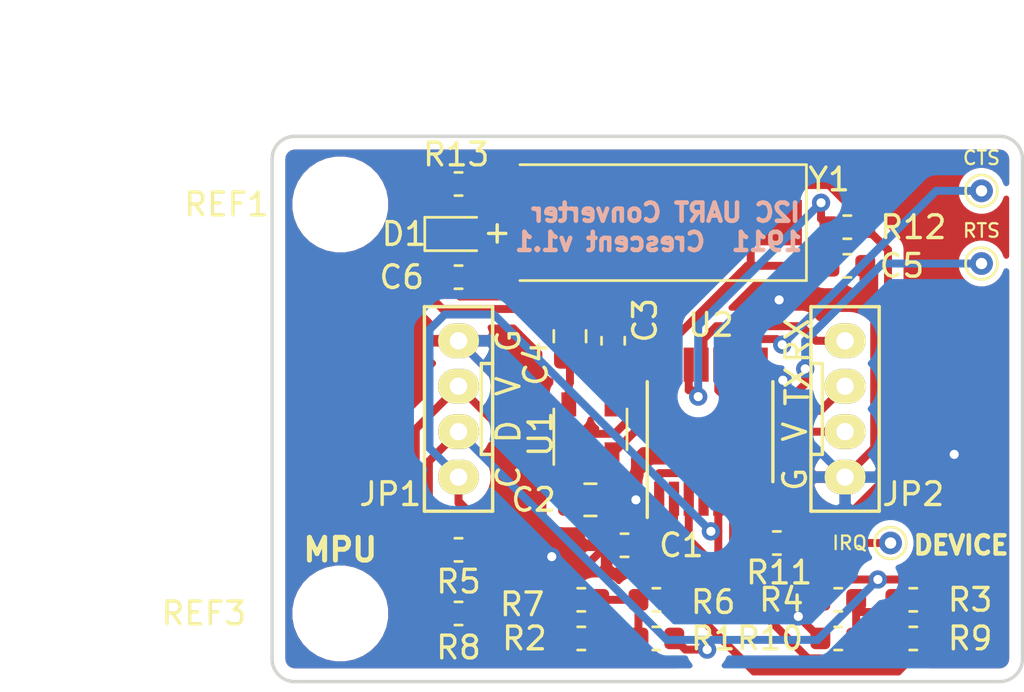
<source format=kicad_pcb>
(kicad_pcb (version 20171130) (host pcbnew "(5.1.2)-1")

  (general
    (thickness 1.6)
    (drawings 14)
    (tracks 214)
    (zones 0)
    (modules 30)
    (nets 18)
  )

  (page A4)
  (title_block
    (title "I2C UART Converter")
    (date 2019-11-04)
    (rev v1.1)
    (company Crescent)
  )

  (layers
    (0 F.Cu signal)
    (31 B.Cu signal)
    (32 B.Adhes user)
    (33 F.Adhes user)
    (34 B.Paste user)
    (35 F.Paste user)
    (36 B.SilkS user)
    (37 F.SilkS user)
    (38 B.Mask user)
    (39 F.Mask user)
    (40 Dwgs.User user)
    (41 Cmts.User user)
    (42 Eco1.User user)
    (43 Eco2.User user)
    (44 Edge.Cuts user)
    (45 Margin user)
    (46 B.CrtYd user)
    (47 F.CrtYd user)
    (48 B.Fab user hide)
    (49 F.Fab user hide)
  )

  (setup
    (last_trace_width 0.35)
    (trace_clearance 0.2)
    (zone_clearance 0.508)
    (zone_45_only no)
    (trace_min 0.2)
    (via_size 0.8)
    (via_drill 0.4)
    (via_min_size 0.8)
    (via_min_drill 0.3)
    (uvia_size 0.3)
    (uvia_drill 0.1)
    (uvias_allowed no)
    (uvia_min_size 0.2)
    (uvia_min_drill 0.1)
    (edge_width 0.15)
    (segment_width 0.2)
    (pcb_text_width 0.3)
    (pcb_text_size 1.5 1.5)
    (mod_edge_width 0.15)
    (mod_text_size 1 1)
    (mod_text_width 0.15)
    (pad_size 1.524 1.524)
    (pad_drill 0.762)
    (pad_to_mask_clearance 0.2)
    (aux_axis_origin 0 0)
    (visible_elements 7FFFFF7F)
    (pcbplotparams
      (layerselection 0x010fc_ffffffff)
      (usegerberextensions true)
      (usegerberattributes false)
      (usegerberadvancedattributes false)
      (creategerberjobfile false)
      (excludeedgelayer true)
      (linewidth 0.050000)
      (plotframeref false)
      (viasonmask false)
      (mode 1)
      (useauxorigin false)
      (hpglpennumber 1)
      (hpglpenspeed 20)
      (hpglpendiameter 15.000000)
      (psnegative false)
      (psa4output false)
      (plotreference true)
      (plotvalue true)
      (plotinvisibletext false)
      (padsonsilk false)
      (subtractmaskfromsilk true)
      (outputformat 1)
      (mirror false)
      (drillshape 0)
      (scaleselection 1)
      (outputdirectory "GERBER/"))
  )

  (net 0 "")
  (net 1 /3.3V)
  (net 2 GND)
  (net 3 /5V)
  (net 4 "Net-(C3-Pad1)")
  (net 5 /XTAL1)
  (net 6 /XTAL2)
  (net 7 "Net-(D1-Pad1)")
  (net 8 /SCL)
  (net 9 /SDA)
  (net 10 /RX)
  (net 11 /TX)
  (net 12 /A0)
  (net 13 /A1)
  (net 14 /IRQ)
  (net 15 /RST)
  (net 16 "Net-(U2-Pad10)")
  (net 17 "Net-(U2-Pad11)")

  (net_class Default "これは標準のネット クラスです。"
    (clearance 0.2)
    (trace_width 0.35)
    (via_dia 0.8)
    (via_drill 0.4)
    (uvia_dia 0.3)
    (uvia_drill 0.1)
    (add_net /3.3V)
    (add_net /5V)
    (add_net /A0)
    (add_net /A1)
    (add_net /IRQ)
    (add_net /RST)
    (add_net /RX)
    (add_net /SCL)
    (add_net /SDA)
    (add_net /TX)
    (add_net /XTAL1)
    (add_net /XTAL2)
    (add_net GND)
    (add_net "Net-(C3-Pad1)")
    (add_net "Net-(D1-Pad1)")
    (add_net "Net-(U2-Pad10)")
    (add_net "Net-(U2-Pad11)")
  )

  (module MountingHole:MountingHole_3.2mm_M3 locked (layer F.Cu) (tedit 5D6B77BD) (tstamp 5D6C077F)
    (at 180 120)
    (descr "Mounting Hole 3.2mm, no annular, M3")
    (tags "mounting hole 3.2mm no annular m3")
    (attr virtual)
    (fp_text reference REF3 (at -6 0) (layer F.SilkS)
      (effects (font (size 1 1) (thickness 0.15)))
    )
    (fp_text value MountingHole_3.2mm_M3 (at 0 4.2) (layer F.Fab)
      (effects (font (size 1 1) (thickness 0.15)))
    )
    (fp_text user %R (at 0.3 0) (layer F.Fab)
      (effects (font (size 1 1) (thickness 0.15)))
    )
    (fp_circle (center 0 0) (end 3.2 0) (layer Cmts.User) (width 0.15))
    (fp_circle (center 0 0) (end 3.45 0) (layer F.CrtYd) (width 0.05))
    (pad 1 np_thru_hole circle (at 0 0) (size 3.2 3.2) (drill 3.2) (layers *.Cu *.Mask))
  )

  (module GroveCon:GROVE (layer F.Cu) (tedit 5D6B7261) (tstamp 5AD52018)
    (at 185.2 114 90)
    (path /5AD4C1DC)
    (fp_text reference JP1 (at -0.75 -3 180) (layer F.SilkS)
      (effects (font (size 1 1) (thickness 0.15)))
    )
    (fp_text value PINHD-1X4 (at 0.5 -3 90) (layer F.Fab) hide
      (effects (font (size 1 1) (thickness 0.15)))
    )
    (fp_text user C (at 0 2.2 90) (layer F.SilkS)
      (effects (font (size 1 1) (thickness 0.15)))
    )
    (fp_text user D (at 2 2.2 90) (layer F.SilkS)
      (effects (font (size 1 1) (thickness 0.15)))
    )
    (fp_text user V (at 4 2.2 90) (layer F.SilkS)
      (effects (font (size 1 1) (thickness 0.15)))
    )
    (fp_text user G (at 6 2.2 90) (layer F.SilkS)
      (effects (font (size 1 1) (thickness 0.15)))
    )
    (fp_line (start 5 1.5) (end 5 1) (layer F.SilkS) (width 0.15))
    (fp_line (start 5 1) (end 1 1) (layer F.SilkS) (width 0.15))
    (fp_line (start 1 1) (end 1 1.5) (layer F.SilkS) (width 0.15))
    (fp_line (start 3 1.5) (end -1.5 1.5) (layer F.SilkS) (width 0.15))
    (fp_line (start -1.5 1.5) (end -1.5 -1.5) (layer F.SilkS) (width 0.15))
    (fp_line (start -1.5 -1.5) (end 7.5 -1.5) (layer F.SilkS) (width 0.15))
    (fp_line (start 7.5 -1.5) (end 7.5 1.5) (layer F.SilkS) (width 0.15))
    (fp_line (start 7.5 1.5) (end 3 1.5) (layer F.SilkS) (width 0.15))
    (pad 1 thru_hole oval (at 0 0 90) (size 1.524 1.8) (drill 0.762) (layers *.Cu *.Paste *.Mask F.SilkS)
      (net 8 /SCL))
    (pad 2 thru_hole oval (at 2 0 90) (size 1.524 1.8) (drill 0.762) (layers *.Cu *.Paste *.Mask F.SilkS)
      (net 9 /SDA))
    (pad 3 thru_hole oval (at 4 0 90) (size 1.524 1.8) (drill 0.762) (layers *.Cu *.Paste *.Mask F.SilkS)
      (net 3 /5V))
    (pad 4 thru_hole oval (at 6 0 90) (size 1.524 1.8) (drill 0.762) (layers *.Cu *.Paste *.Mask F.SilkS)
      (net 2 GND))
  )

  (module GroveCon:GROVE (layer F.Cu) (tedit 5D6B728D) (tstamp 5AD52020)
    (at 202.2 108 270)
    (path /5AD4C208)
    (fp_text reference JP2 (at 6.75 -3) (layer F.SilkS)
      (effects (font (size 1 1) (thickness 0.15)))
    )
    (fp_text value PINHD-1X4 (at 0.5 -3 270) (layer F.Fab) hide
      (effects (font (size 1 1) (thickness 0.15)))
    )
    (fp_text user RX (at 0 2.1 270) (layer F.SilkS)
      (effects (font (size 1 1) (thickness 0.15)))
    )
    (fp_text user TX (at 2 2.1 270) (layer F.SilkS)
      (effects (font (size 1 1) (thickness 0.15)))
    )
    (fp_text user V (at 4 2.2 270) (layer F.SilkS)
      (effects (font (size 1 1) (thickness 0.15)))
    )
    (fp_text user G (at 6.1 2.2 270) (layer F.SilkS)
      (effects (font (size 1 1) (thickness 0.15)))
    )
    (fp_line (start 5 1.5) (end 5 1) (layer F.SilkS) (width 0.15))
    (fp_line (start 5 1) (end 1 1) (layer F.SilkS) (width 0.15))
    (fp_line (start 1 1) (end 1 1.5) (layer F.SilkS) (width 0.15))
    (fp_line (start 3 1.5) (end -1.5 1.5) (layer F.SilkS) (width 0.15))
    (fp_line (start -1.5 1.5) (end -1.5 -1.5) (layer F.SilkS) (width 0.15))
    (fp_line (start -1.5 -1.5) (end 7.5 -1.5) (layer F.SilkS) (width 0.15))
    (fp_line (start 7.5 -1.5) (end 7.5 1.5) (layer F.SilkS) (width 0.15))
    (fp_line (start 7.5 1.5) (end 3 1.5) (layer F.SilkS) (width 0.15))
    (pad 1 thru_hole oval (at 0 0 270) (size 1.524 1.8) (drill 0.762) (layers *.Cu *.Paste *.Mask F.SilkS)
      (net 10 /RX))
    (pad 2 thru_hole oval (at 2 0 270) (size 1.524 1.8) (drill 0.762) (layers *.Cu *.Paste *.Mask F.SilkS)
      (net 11 /TX))
    (pad 3 thru_hole oval (at 4 0 270) (size 1.524 1.8) (drill 0.762) (layers *.Cu *.Paste *.Mask F.SilkS)
      (net 3 /5V))
    (pad 4 thru_hole oval (at 6 0 270) (size 1.524 1.8) (drill 0.762) (layers *.Cu *.Paste *.Mask F.SilkS)
      (net 2 GND))
  )

  (module Capacitor_SMD:C_0603_1608Metric (layer F.Cu) (tedit 5D6B7380) (tstamp 5D6AF1DE)
    (at 192.5 117 180)
    (descr "Capacitor SMD 0603 (1608 Metric), square (rectangular) end terminal, IPC_7351 nominal, (Body size source: http://www.tortai-tech.com/upload/download/2011102023233369053.pdf), generated with kicad-footprint-generator")
    (tags capacitor)
    (path /5D6B4567)
    (attr smd)
    (fp_text reference C1 (at -2.5 0 180) (layer F.SilkS)
      (effects (font (size 1 1) (thickness 0.15)))
    )
    (fp_text value 0.1u (at 0 1.43 180) (layer F.Fab)
      (effects (font (size 1 1) (thickness 0.15)))
    )
    (fp_line (start -0.8 0.4) (end -0.8 -0.4) (layer F.Fab) (width 0.1))
    (fp_line (start -0.8 -0.4) (end 0.8 -0.4) (layer F.Fab) (width 0.1))
    (fp_line (start 0.8 -0.4) (end 0.8 0.4) (layer F.Fab) (width 0.1))
    (fp_line (start 0.8 0.4) (end -0.8 0.4) (layer F.Fab) (width 0.1))
    (fp_line (start -0.162779 -0.51) (end 0.162779 -0.51) (layer F.SilkS) (width 0.12))
    (fp_line (start -0.162779 0.51) (end 0.162779 0.51) (layer F.SilkS) (width 0.12))
    (fp_line (start -1.48 0.73) (end -1.48 -0.73) (layer F.CrtYd) (width 0.05))
    (fp_line (start -1.48 -0.73) (end 1.48 -0.73) (layer F.CrtYd) (width 0.05))
    (fp_line (start 1.48 -0.73) (end 1.48 0.73) (layer F.CrtYd) (width 0.05))
    (fp_line (start 1.48 0.73) (end -1.48 0.73) (layer F.CrtYd) (width 0.05))
    (fp_text user %R (at 0 0 180) (layer F.Fab)
      (effects (font (size 0.4 0.4) (thickness 0.06)))
    )
    (pad 1 smd roundrect (at -0.7875 0 180) (size 0.875 0.95) (layers F.Cu F.Paste F.Mask) (roundrect_rratio 0.25)
      (net 1 /3.3V))
    (pad 2 smd roundrect (at 0.7875 0 180) (size 0.875 0.95) (layers F.Cu F.Paste F.Mask) (roundrect_rratio 0.25)
      (net 2 GND))
    (model ${KISYS3DMOD}/Capacitor_SMD.3dshapes/C_0603_1608Metric.wrl
      (at (xyz 0 0 0))
      (scale (xyz 1 1 1))
      (rotate (xyz 0 0 0))
    )
  )

  (module Capacitor_SMD:C_0805_2012Metric (layer F.Cu) (tedit 5D6B75C0) (tstamp 5D6AF1EF)
    (at 191 115)
    (descr "Capacitor SMD 0805 (2012 Metric), square (rectangular) end terminal, IPC_7351 nominal, (Body size source: https://docs.google.com/spreadsheets/d/1BsfQQcO9C6DZCsRaXUlFlo91Tg2WpOkGARC1WS5S8t0/edit?usp=sharing), generated with kicad-footprint-generator")
    (tags capacitor)
    (path /5D6AFDBF)
    (attr smd)
    (fp_text reference C2 (at -2.5 0) (layer F.SilkS)
      (effects (font (size 1 1) (thickness 0.15)))
    )
    (fp_text value 10u (at 0 1.65) (layer F.Fab) hide
      (effects (font (size 1 1) (thickness 0.15)))
    )
    (fp_text user %R (at 0 0) (layer F.Fab)
      (effects (font (size 0.5 0.5) (thickness 0.08)))
    )
    (fp_line (start 1.68 0.95) (end -1.68 0.95) (layer F.CrtYd) (width 0.05))
    (fp_line (start 1.68 -0.95) (end 1.68 0.95) (layer F.CrtYd) (width 0.05))
    (fp_line (start -1.68 -0.95) (end 1.68 -0.95) (layer F.CrtYd) (width 0.05))
    (fp_line (start -1.68 0.95) (end -1.68 -0.95) (layer F.CrtYd) (width 0.05))
    (fp_line (start -0.258578 0.71) (end 0.258578 0.71) (layer F.SilkS) (width 0.12))
    (fp_line (start -0.258578 -0.71) (end 0.258578 -0.71) (layer F.SilkS) (width 0.12))
    (fp_line (start 1 0.6) (end -1 0.6) (layer F.Fab) (width 0.1))
    (fp_line (start 1 -0.6) (end 1 0.6) (layer F.Fab) (width 0.1))
    (fp_line (start -1 -0.6) (end 1 -0.6) (layer F.Fab) (width 0.1))
    (fp_line (start -1 0.6) (end -1 -0.6) (layer F.Fab) (width 0.1))
    (pad 2 smd roundrect (at 0.9375 0) (size 0.975 1.4) (layers F.Cu F.Paste F.Mask) (roundrect_rratio 0.25)
      (net 2 GND))
    (pad 1 smd roundrect (at -0.9375 0) (size 0.975 1.4) (layers F.Cu F.Paste F.Mask) (roundrect_rratio 0.25)
      (net 3 /5V))
    (model ${KISYS3DMOD}/Capacitor_SMD.3dshapes/C_0805_2012Metric.wrl
      (at (xyz 0 0 0))
      (scale (xyz 1 1 1))
      (rotate (xyz 0 0 0))
    )
  )

  (module Capacitor_SMD:C_0603_1608Metric (layer F.Cu) (tedit 5D6B72FE) (tstamp 5D6AF200)
    (at 192 108 90)
    (descr "Capacitor SMD 0603 (1608 Metric), square (rectangular) end terminal, IPC_7351 nominal, (Body size source: http://www.tortai-tech.com/upload/download/2011102023233369053.pdf), generated with kicad-footprint-generator")
    (tags capacitor)
    (path /5D6B0711)
    (attr smd)
    (fp_text reference C3 (at 0.9 1.4 90) (layer F.SilkS)
      (effects (font (size 1 1) (thickness 0.15)))
    )
    (fp_text value 0.01u (at 0 1.43 90) (layer F.Fab)
      (effects (font (size 1 1) (thickness 0.15)))
    )
    (fp_text user %R (at 0 0 90) (layer F.Fab)
      (effects (font (size 0.4 0.4) (thickness 0.06)))
    )
    (fp_line (start 1.48 0.73) (end -1.48 0.73) (layer F.CrtYd) (width 0.05))
    (fp_line (start 1.48 -0.73) (end 1.48 0.73) (layer F.CrtYd) (width 0.05))
    (fp_line (start -1.48 -0.73) (end 1.48 -0.73) (layer F.CrtYd) (width 0.05))
    (fp_line (start -1.48 0.73) (end -1.48 -0.73) (layer F.CrtYd) (width 0.05))
    (fp_line (start -0.162779 0.51) (end 0.162779 0.51) (layer F.SilkS) (width 0.12))
    (fp_line (start -0.162779 -0.51) (end 0.162779 -0.51) (layer F.SilkS) (width 0.12))
    (fp_line (start 0.8 0.4) (end -0.8 0.4) (layer F.Fab) (width 0.1))
    (fp_line (start 0.8 -0.4) (end 0.8 0.4) (layer F.Fab) (width 0.1))
    (fp_line (start -0.8 -0.4) (end 0.8 -0.4) (layer F.Fab) (width 0.1))
    (fp_line (start -0.8 0.4) (end -0.8 -0.4) (layer F.Fab) (width 0.1))
    (pad 2 smd roundrect (at 0.7875 0 90) (size 0.875 0.95) (layers F.Cu F.Paste F.Mask) (roundrect_rratio 0.25)
      (net 2 GND))
    (pad 1 smd roundrect (at -0.7875 0 90) (size 0.875 0.95) (layers F.Cu F.Paste F.Mask) (roundrect_rratio 0.25)
      (net 4 "Net-(C3-Pad1)"))
    (model ${KISYS3DMOD}/Capacitor_SMD.3dshapes/C_0603_1608Metric.wrl
      (at (xyz 0 0 0))
      (scale (xyz 1 1 1))
      (rotate (xyz 0 0 0))
    )
  )

  (module Capacitor_SMD:C_0805_2012Metric (layer F.Cu) (tedit 5D6B72EF) (tstamp 5D6AF211)
    (at 190.1 107.8 90)
    (descr "Capacitor SMD 0805 (2012 Metric), square (rectangular) end terminal, IPC_7351 nominal, (Body size source: https://docs.google.com/spreadsheets/d/1BsfQQcO9C6DZCsRaXUlFlo91Tg2WpOkGARC1WS5S8t0/edit?usp=sharing), generated with kicad-footprint-generator")
    (tags capacitor)
    (path /5D6B02A5)
    (attr smd)
    (fp_text reference C4 (at -1.2 -1.5 90) (layer F.SilkS)
      (effects (font (size 1 1) (thickness 0.15)))
    )
    (fp_text value 10u (at 0 1.65 90) (layer F.Fab)
      (effects (font (size 1 1) (thickness 0.15)))
    )
    (fp_line (start -1 0.6) (end -1 -0.6) (layer F.Fab) (width 0.1))
    (fp_line (start -1 -0.6) (end 1 -0.6) (layer F.Fab) (width 0.1))
    (fp_line (start 1 -0.6) (end 1 0.6) (layer F.Fab) (width 0.1))
    (fp_line (start 1 0.6) (end -1 0.6) (layer F.Fab) (width 0.1))
    (fp_line (start -0.258578 -0.71) (end 0.258578 -0.71) (layer F.SilkS) (width 0.12))
    (fp_line (start -0.258578 0.71) (end 0.258578 0.71) (layer F.SilkS) (width 0.12))
    (fp_line (start -1.68 0.95) (end -1.68 -0.95) (layer F.CrtYd) (width 0.05))
    (fp_line (start -1.68 -0.95) (end 1.68 -0.95) (layer F.CrtYd) (width 0.05))
    (fp_line (start 1.68 -0.95) (end 1.68 0.95) (layer F.CrtYd) (width 0.05))
    (fp_line (start 1.68 0.95) (end -1.68 0.95) (layer F.CrtYd) (width 0.05))
    (fp_text user %R (at 0 0 90) (layer F.Fab)
      (effects (font (size 0.5 0.5) (thickness 0.08)))
    )
    (pad 1 smd roundrect (at -0.9375 0 90) (size 0.975 1.4) (layers F.Cu F.Paste F.Mask) (roundrect_rratio 0.25)
      (net 1 /3.3V))
    (pad 2 smd roundrect (at 0.9375 0 90) (size 0.975 1.4) (layers F.Cu F.Paste F.Mask) (roundrect_rratio 0.25)
      (net 2 GND))
    (model ${KISYS3DMOD}/Capacitor_SMD.3dshapes/C_0805_2012Metric.wrl
      (at (xyz 0 0 0))
      (scale (xyz 1 1 1))
      (rotate (xyz 0 0 0))
    )
  )

  (module Capacitor_SMD:C_0603_1608Metric (layer F.Cu) (tedit 5D6B7438) (tstamp 5D6AF222)
    (at 202.3 104.7)
    (descr "Capacitor SMD 0603 (1608 Metric), square (rectangular) end terminal, IPC_7351 nominal, (Body size source: http://www.tortai-tech.com/upload/download/2011102023233369053.pdf), generated with kicad-footprint-generator")
    (tags capacitor)
    (path /5D6BDCCE)
    (attr smd)
    (fp_text reference C5 (at 2.4 0) (layer F.SilkS)
      (effects (font (size 1 1) (thickness 0.15)))
    )
    (fp_text value 10p (at 0 1.43) (layer F.Fab)
      (effects (font (size 1 1) (thickness 0.15)))
    )
    (fp_text user %R (at 0 0) (layer F.Fab)
      (effects (font (size 0.4 0.4) (thickness 0.06)))
    )
    (fp_line (start 1.48 0.73) (end -1.48 0.73) (layer F.CrtYd) (width 0.05))
    (fp_line (start 1.48 -0.73) (end 1.48 0.73) (layer F.CrtYd) (width 0.05))
    (fp_line (start -1.48 -0.73) (end 1.48 -0.73) (layer F.CrtYd) (width 0.05))
    (fp_line (start -1.48 0.73) (end -1.48 -0.73) (layer F.CrtYd) (width 0.05))
    (fp_line (start -0.162779 0.51) (end 0.162779 0.51) (layer F.SilkS) (width 0.12))
    (fp_line (start -0.162779 -0.51) (end 0.162779 -0.51) (layer F.SilkS) (width 0.12))
    (fp_line (start 0.8 0.4) (end -0.8 0.4) (layer F.Fab) (width 0.1))
    (fp_line (start 0.8 -0.4) (end 0.8 0.4) (layer F.Fab) (width 0.1))
    (fp_line (start -0.8 -0.4) (end 0.8 -0.4) (layer F.Fab) (width 0.1))
    (fp_line (start -0.8 0.4) (end -0.8 -0.4) (layer F.Fab) (width 0.1))
    (pad 2 smd roundrect (at 0.7875 0) (size 0.875 0.95) (layers F.Cu F.Paste F.Mask) (roundrect_rratio 0.25)
      (net 2 GND))
    (pad 1 smd roundrect (at -0.7875 0) (size 0.875 0.95) (layers F.Cu F.Paste F.Mask) (roundrect_rratio 0.25)
      (net 5 /XTAL1))
    (model ${KISYS3DMOD}/Capacitor_SMD.3dshapes/C_0603_1608Metric.wrl
      (at (xyz 0 0 0))
      (scale (xyz 1 1 1))
      (rotate (xyz 0 0 0))
    )
  )

  (module Capacitor_SMD:C_0603_1608Metric (layer F.Cu) (tedit 5D6B7418) (tstamp 5D6AF233)
    (at 185.2 105.2 180)
    (descr "Capacitor SMD 0603 (1608 Metric), square (rectangular) end terminal, IPC_7351 nominal, (Body size source: http://www.tortai-tech.com/upload/download/2011102023233369053.pdf), generated with kicad-footprint-generator")
    (tags capacitor)
    (path /5D6BE5F4)
    (attr smd)
    (fp_text reference C6 (at 2.5 0 180) (layer F.SilkS)
      (effects (font (size 1 1) (thickness 0.15)))
    )
    (fp_text value 10p (at 0 1.43 180) (layer F.Fab)
      (effects (font (size 1 1) (thickness 0.15)))
    )
    (fp_line (start -0.8 0.4) (end -0.8 -0.4) (layer F.Fab) (width 0.1))
    (fp_line (start -0.8 -0.4) (end 0.8 -0.4) (layer F.Fab) (width 0.1))
    (fp_line (start 0.8 -0.4) (end 0.8 0.4) (layer F.Fab) (width 0.1))
    (fp_line (start 0.8 0.4) (end -0.8 0.4) (layer F.Fab) (width 0.1))
    (fp_line (start -0.162779 -0.51) (end 0.162779 -0.51) (layer F.SilkS) (width 0.12))
    (fp_line (start -0.162779 0.51) (end 0.162779 0.51) (layer F.SilkS) (width 0.12))
    (fp_line (start -1.48 0.73) (end -1.48 -0.73) (layer F.CrtYd) (width 0.05))
    (fp_line (start -1.48 -0.73) (end 1.48 -0.73) (layer F.CrtYd) (width 0.05))
    (fp_line (start 1.48 -0.73) (end 1.48 0.73) (layer F.CrtYd) (width 0.05))
    (fp_line (start 1.48 0.73) (end -1.48 0.73) (layer F.CrtYd) (width 0.05))
    (fp_text user %R (at 0 0 180) (layer F.Fab)
      (effects (font (size 0.4 0.4) (thickness 0.06)))
    )
    (pad 1 smd roundrect (at -0.7875 0 180) (size 0.875 0.95) (layers F.Cu F.Paste F.Mask) (roundrect_rratio 0.25)
      (net 6 /XTAL2))
    (pad 2 smd roundrect (at 0.7875 0 180) (size 0.875 0.95) (layers F.Cu F.Paste F.Mask) (roundrect_rratio 0.25)
      (net 2 GND))
    (model ${KISYS3DMOD}/Capacitor_SMD.3dshapes/C_0603_1608Metric.wrl
      (at (xyz 0 0 0))
      (scale (xyz 1 1 1))
      (rotate (xyz 0 0 0))
    )
  )

  (module Diode_SMD:D_0603_1608Metric (layer F.Cu) (tedit 5D6B740E) (tstamp 5D6AF246)
    (at 185.2 103.3)
    (descr "Diode SMD 0603 (1608 Metric), square (rectangular) end terminal, IPC_7351 nominal, (Body size source: http://www.tortai-tech.com/upload/download/2011102023233369053.pdf), generated with kicad-footprint-generator")
    (tags diode)
    (path /5D6F47B5)
    (attr smd)
    (fp_text reference D1 (at -2.4 0) (layer F.SilkS)
      (effects (font (size 1 1) (thickness 0.15)))
    )
    (fp_text value LED (at 0 1.43) (layer F.Fab)
      (effects (font (size 1 1) (thickness 0.15)))
    )
    (fp_line (start 0.8 -0.4) (end -0.5 -0.4) (layer F.Fab) (width 0.1))
    (fp_line (start -0.5 -0.4) (end -0.8 -0.1) (layer F.Fab) (width 0.1))
    (fp_line (start -0.8 -0.1) (end -0.8 0.4) (layer F.Fab) (width 0.1))
    (fp_line (start -0.8 0.4) (end 0.8 0.4) (layer F.Fab) (width 0.1))
    (fp_line (start 0.8 0.4) (end 0.8 -0.4) (layer F.Fab) (width 0.1))
    (fp_line (start 0.8 -0.735) (end -1.485 -0.735) (layer F.SilkS) (width 0.12))
    (fp_line (start -1.485 -0.735) (end -1.485 0.735) (layer F.SilkS) (width 0.12))
    (fp_line (start -1.485 0.735) (end 0.8 0.735) (layer F.SilkS) (width 0.12))
    (fp_line (start -1.48 0.73) (end -1.48 -0.73) (layer F.CrtYd) (width 0.05))
    (fp_line (start -1.48 -0.73) (end 1.48 -0.73) (layer F.CrtYd) (width 0.05))
    (fp_line (start 1.48 -0.73) (end 1.48 0.73) (layer F.CrtYd) (width 0.05))
    (fp_line (start 1.48 0.73) (end -1.48 0.73) (layer F.CrtYd) (width 0.05))
    (fp_text user %R (at 0 0) (layer F.Fab)
      (effects (font (size 0.4 0.4) (thickness 0.06)))
    )
    (pad 1 smd roundrect (at -0.7875 0) (size 0.875 0.95) (layers F.Cu F.Paste F.Mask) (roundrect_rratio 0.25)
      (net 7 "Net-(D1-Pad1)"))
    (pad 2 smd roundrect (at 0.7875 0) (size 0.875 0.95) (layers F.Cu F.Paste F.Mask) (roundrect_rratio 0.25)
      (net 1 /3.3V))
    (model ${KISYS3DMOD}/Diode_SMD.3dshapes/D_0603_1608Metric.wrl
      (at (xyz 0 0 0))
      (scale (xyz 1 1 1))
      (rotate (xyz 0 0 0))
    )
  )

  (module Resistor_SMD:R_0603_1608Metric (layer F.Cu) (tedit 5D6B749A) (tstamp 5D6AF257)
    (at 193.9 121.1 180)
    (descr "Resistor SMD 0603 (1608 Metric), square (rectangular) end terminal, IPC_7351 nominal, (Body size source: http://www.tortai-tech.com/upload/download/2011102023233369053.pdf), generated with kicad-footprint-generator")
    (tags resistor)
    (path /5D6EAE2E)
    (attr smd)
    (fp_text reference R1 (at -2.5 0 180) (layer F.SilkS)
      (effects (font (size 1 1) (thickness 0.15)))
    )
    (fp_text value 0 (at 0 1.43 180) (layer F.Fab)
      (effects (font (size 1 1) (thickness 0.15)))
    )
    (fp_text user %R (at 0 0 180) (layer F.Fab)
      (effects (font (size 0.4 0.4) (thickness 0.06)))
    )
    (fp_line (start 1.48 0.73) (end -1.48 0.73) (layer F.CrtYd) (width 0.05))
    (fp_line (start 1.48 -0.73) (end 1.48 0.73) (layer F.CrtYd) (width 0.05))
    (fp_line (start -1.48 -0.73) (end 1.48 -0.73) (layer F.CrtYd) (width 0.05))
    (fp_line (start -1.48 0.73) (end -1.48 -0.73) (layer F.CrtYd) (width 0.05))
    (fp_line (start -0.162779 0.51) (end 0.162779 0.51) (layer F.SilkS) (width 0.12))
    (fp_line (start -0.162779 -0.51) (end 0.162779 -0.51) (layer F.SilkS) (width 0.12))
    (fp_line (start 0.8 0.4) (end -0.8 0.4) (layer F.Fab) (width 0.1))
    (fp_line (start 0.8 -0.4) (end 0.8 0.4) (layer F.Fab) (width 0.1))
    (fp_line (start -0.8 -0.4) (end 0.8 -0.4) (layer F.Fab) (width 0.1))
    (fp_line (start -0.8 0.4) (end -0.8 -0.4) (layer F.Fab) (width 0.1))
    (pad 2 smd roundrect (at 0.7875 0 180) (size 0.875 0.95) (layers F.Cu F.Paste F.Mask) (roundrect_rratio 0.25)
      (net 12 /A0))
    (pad 1 smd roundrect (at -0.7875 0 180) (size 0.875 0.95) (layers F.Cu F.Paste F.Mask) (roundrect_rratio 0.25)
      (net 9 /SDA))
    (model ${KISYS3DMOD}/Resistor_SMD.3dshapes/R_0603_1608Metric.wrl
      (at (xyz 0 0 0))
      (scale (xyz 1 1 1))
      (rotate (xyz 0 0 0))
    )
  )

  (module Resistor_SMD:R_0603_1608Metric (layer F.Cu) (tedit 5D6B7492) (tstamp 5D6AF268)
    (at 190.6 121.1)
    (descr "Resistor SMD 0603 (1608 Metric), square (rectangular) end terminal, IPC_7351 nominal, (Body size source: http://www.tortai-tech.com/upload/download/2011102023233369053.pdf), generated with kicad-footprint-generator")
    (tags resistor)
    (path /5D6EAE47)
    (attr smd)
    (fp_text reference R2 (at -2.5 0) (layer F.SilkS)
      (effects (font (size 1 1) (thickness 0.15)))
    )
    (fp_text value 0 (at 0 1.43) (layer F.Fab)
      (effects (font (size 1 1) (thickness 0.15)))
    )
    (fp_text user %R (at 0 0) (layer F.Fab)
      (effects (font (size 0.4 0.4) (thickness 0.06)))
    )
    (fp_line (start 1.48 0.73) (end -1.48 0.73) (layer F.CrtYd) (width 0.05))
    (fp_line (start 1.48 -0.73) (end 1.48 0.73) (layer F.CrtYd) (width 0.05))
    (fp_line (start -1.48 -0.73) (end 1.48 -0.73) (layer F.CrtYd) (width 0.05))
    (fp_line (start -1.48 0.73) (end -1.48 -0.73) (layer F.CrtYd) (width 0.05))
    (fp_line (start -0.162779 0.51) (end 0.162779 0.51) (layer F.SilkS) (width 0.12))
    (fp_line (start -0.162779 -0.51) (end 0.162779 -0.51) (layer F.SilkS) (width 0.12))
    (fp_line (start 0.8 0.4) (end -0.8 0.4) (layer F.Fab) (width 0.1))
    (fp_line (start 0.8 -0.4) (end 0.8 0.4) (layer F.Fab) (width 0.1))
    (fp_line (start -0.8 -0.4) (end 0.8 -0.4) (layer F.Fab) (width 0.1))
    (fp_line (start -0.8 0.4) (end -0.8 -0.4) (layer F.Fab) (width 0.1))
    (pad 2 smd roundrect (at 0.7875 0) (size 0.875 0.95) (layers F.Cu F.Paste F.Mask) (roundrect_rratio 0.25)
      (net 12 /A0))
    (pad 1 smd roundrect (at -0.7875 0) (size 0.875 0.95) (layers F.Cu F.Paste F.Mask) (roundrect_rratio 0.25)
      (net 8 /SCL))
    (model ${KISYS3DMOD}/Resistor_SMD.3dshapes/R_0603_1608Metric.wrl
      (at (xyz 0 0 0))
      (scale (xyz 1 1 1))
      (rotate (xyz 0 0 0))
    )
  )

  (module Resistor_SMD:R_0603_1608Metric (layer F.Cu) (tedit 5D6B74AA) (tstamp 5D6AF279)
    (at 205.2 119.4 180)
    (descr "Resistor SMD 0603 (1608 Metric), square (rectangular) end terminal, IPC_7351 nominal, (Body size source: http://www.tortai-tech.com/upload/download/2011102023233369053.pdf), generated with kicad-footprint-generator")
    (tags resistor)
    (path /5D6EAE38)
    (attr smd)
    (fp_text reference R3 (at -2.5 0 180) (layer F.SilkS)
      (effects (font (size 1 1) (thickness 0.15)))
    )
    (fp_text value 0 (at 0 1.43 180) (layer F.Fab)
      (effects (font (size 1 1) (thickness 0.15)))
    )
    (fp_line (start -0.8 0.4) (end -0.8 -0.4) (layer F.Fab) (width 0.1))
    (fp_line (start -0.8 -0.4) (end 0.8 -0.4) (layer F.Fab) (width 0.1))
    (fp_line (start 0.8 -0.4) (end 0.8 0.4) (layer F.Fab) (width 0.1))
    (fp_line (start 0.8 0.4) (end -0.8 0.4) (layer F.Fab) (width 0.1))
    (fp_line (start -0.162779 -0.51) (end 0.162779 -0.51) (layer F.SilkS) (width 0.12))
    (fp_line (start -0.162779 0.51) (end 0.162779 0.51) (layer F.SilkS) (width 0.12))
    (fp_line (start -1.48 0.73) (end -1.48 -0.73) (layer F.CrtYd) (width 0.05))
    (fp_line (start -1.48 -0.73) (end 1.48 -0.73) (layer F.CrtYd) (width 0.05))
    (fp_line (start 1.48 -0.73) (end 1.48 0.73) (layer F.CrtYd) (width 0.05))
    (fp_line (start 1.48 0.73) (end -1.48 0.73) (layer F.CrtYd) (width 0.05))
    (fp_text user %R (at 0 0 180) (layer F.Fab)
      (effects (font (size 0.4 0.4) (thickness 0.06)))
    )
    (pad 1 smd roundrect (at -0.7875 0 180) (size 0.875 0.95) (layers F.Cu F.Paste F.Mask) (roundrect_rratio 0.25)
      (net 9 /SDA))
    (pad 2 smd roundrect (at 0.7875 0 180) (size 0.875 0.95) (layers F.Cu F.Paste F.Mask) (roundrect_rratio 0.25)
      (net 13 /A1))
    (model ${KISYS3DMOD}/Resistor_SMD.3dshapes/R_0603_1608Metric.wrl
      (at (xyz 0 0 0))
      (scale (xyz 1 1 1))
      (rotate (xyz 0 0 0))
    )
  )

  (module Resistor_SMD:R_0603_1608Metric (layer F.Cu) (tedit 5D6B7490) (tstamp 5D6AF28A)
    (at 201.9 119.4)
    (descr "Resistor SMD 0603 (1608 Metric), square (rectangular) end terminal, IPC_7351 nominal, (Body size source: http://www.tortai-tech.com/upload/download/2011102023233369053.pdf), generated with kicad-footprint-generator")
    (tags resistor)
    (path /5D6EAE63)
    (attr smd)
    (fp_text reference R4 (at -2.5 0) (layer F.SilkS)
      (effects (font (size 1 1) (thickness 0.15)))
    )
    (fp_text value 0 (at 0 1.43) (layer F.Fab)
      (effects (font (size 1 1) (thickness 0.15)))
    )
    (fp_line (start -0.8 0.4) (end -0.8 -0.4) (layer F.Fab) (width 0.1))
    (fp_line (start -0.8 -0.4) (end 0.8 -0.4) (layer F.Fab) (width 0.1))
    (fp_line (start 0.8 -0.4) (end 0.8 0.4) (layer F.Fab) (width 0.1))
    (fp_line (start 0.8 0.4) (end -0.8 0.4) (layer F.Fab) (width 0.1))
    (fp_line (start -0.162779 -0.51) (end 0.162779 -0.51) (layer F.SilkS) (width 0.12))
    (fp_line (start -0.162779 0.51) (end 0.162779 0.51) (layer F.SilkS) (width 0.12))
    (fp_line (start -1.48 0.73) (end -1.48 -0.73) (layer F.CrtYd) (width 0.05))
    (fp_line (start -1.48 -0.73) (end 1.48 -0.73) (layer F.CrtYd) (width 0.05))
    (fp_line (start 1.48 -0.73) (end 1.48 0.73) (layer F.CrtYd) (width 0.05))
    (fp_line (start 1.48 0.73) (end -1.48 0.73) (layer F.CrtYd) (width 0.05))
    (fp_text user %R (at 0 0) (layer F.Fab)
      (effects (font (size 0.4 0.4) (thickness 0.06)))
    )
    (pad 1 smd roundrect (at -0.7875 0) (size 0.875 0.95) (layers F.Cu F.Paste F.Mask) (roundrect_rratio 0.25)
      (net 8 /SCL))
    (pad 2 smd roundrect (at 0.7875 0) (size 0.875 0.95) (layers F.Cu F.Paste F.Mask) (roundrect_rratio 0.25)
      (net 13 /A1))
    (model ${KISYS3DMOD}/Resistor_SMD.3dshapes/R_0603_1608Metric.wrl
      (at (xyz 0 0 0))
      (scale (xyz 1 1 1))
      (rotate (xyz 0 0 0))
    )
  )

  (module Resistor_SMD:R_0603_1608Metric (layer F.Cu) (tedit 5D6B75F1) (tstamp 5D6AF29B)
    (at 185.2 117.2 180)
    (descr "Resistor SMD 0603 (1608 Metric), square (rectangular) end terminal, IPC_7351 nominal, (Body size source: http://www.tortai-tech.com/upload/download/2011102023233369053.pdf), generated with kicad-footprint-generator")
    (tags resistor)
    (path /5D6B77F9)
    (attr smd)
    (fp_text reference R5 (at 0 -1.4 180) (layer F.SilkS)
      (effects (font (size 1 1) (thickness 0.15)))
    )
    (fp_text value 4.7k (at 0 1.43 180) (layer F.Fab)
      (effects (font (size 1 1) (thickness 0.15)))
    )
    (fp_line (start -0.8 0.4) (end -0.8 -0.4) (layer F.Fab) (width 0.1))
    (fp_line (start -0.8 -0.4) (end 0.8 -0.4) (layer F.Fab) (width 0.1))
    (fp_line (start 0.8 -0.4) (end 0.8 0.4) (layer F.Fab) (width 0.1))
    (fp_line (start 0.8 0.4) (end -0.8 0.4) (layer F.Fab) (width 0.1))
    (fp_line (start -0.162779 -0.51) (end 0.162779 -0.51) (layer F.SilkS) (width 0.12))
    (fp_line (start -0.162779 0.51) (end 0.162779 0.51) (layer F.SilkS) (width 0.12))
    (fp_line (start -1.48 0.73) (end -1.48 -0.73) (layer F.CrtYd) (width 0.05))
    (fp_line (start -1.48 -0.73) (end 1.48 -0.73) (layer F.CrtYd) (width 0.05))
    (fp_line (start 1.48 -0.73) (end 1.48 0.73) (layer F.CrtYd) (width 0.05))
    (fp_line (start 1.48 0.73) (end -1.48 0.73) (layer F.CrtYd) (width 0.05))
    (fp_text user %R (at 0 0 180) (layer F.Fab)
      (effects (font (size 0.4 0.4) (thickness 0.06)))
    )
    (pad 1 smd roundrect (at -0.7875 0 180) (size 0.875 0.95) (layers F.Cu F.Paste F.Mask) (roundrect_rratio 0.25)
      (net 3 /5V))
    (pad 2 smd roundrect (at 0.7875 0 180) (size 0.875 0.95) (layers F.Cu F.Paste F.Mask) (roundrect_rratio 0.25)
      (net 9 /SDA))
    (model ${KISYS3DMOD}/Resistor_SMD.3dshapes/R_0603_1608Metric.wrl
      (at (xyz 0 0 0))
      (scale (xyz 1 1 1))
      (rotate (xyz 0 0 0))
    )
  )

  (module Resistor_SMD:R_0603_1608Metric (layer F.Cu) (tedit 5D6B74C0) (tstamp 5D6AF2AC)
    (at 193.9 119.4 180)
    (descr "Resistor SMD 0603 (1608 Metric), square (rectangular) end terminal, IPC_7351 nominal, (Body size source: http://www.tortai-tech.com/upload/download/2011102023233369053.pdf), generated with kicad-footprint-generator")
    (tags resistor)
    (path /5D6D455E)
    (attr smd)
    (fp_text reference R6 (at -2.5 -0.1 180) (layer F.SilkS)
      (effects (font (size 1 1) (thickness 0.15)))
    )
    (fp_text value 0 (at 0 1.43 180) (layer F.Fab)
      (effects (font (size 1 1) (thickness 0.15)))
    )
    (fp_text user %R (at 0 0 180) (layer F.Fab)
      (effects (font (size 0.4 0.4) (thickness 0.06)))
    )
    (fp_line (start 1.48 0.73) (end -1.48 0.73) (layer F.CrtYd) (width 0.05))
    (fp_line (start 1.48 -0.73) (end 1.48 0.73) (layer F.CrtYd) (width 0.05))
    (fp_line (start -1.48 -0.73) (end 1.48 -0.73) (layer F.CrtYd) (width 0.05))
    (fp_line (start -1.48 0.73) (end -1.48 -0.73) (layer F.CrtYd) (width 0.05))
    (fp_line (start -0.162779 0.51) (end 0.162779 0.51) (layer F.SilkS) (width 0.12))
    (fp_line (start -0.162779 -0.51) (end 0.162779 -0.51) (layer F.SilkS) (width 0.12))
    (fp_line (start 0.8 0.4) (end -0.8 0.4) (layer F.Fab) (width 0.1))
    (fp_line (start 0.8 -0.4) (end 0.8 0.4) (layer F.Fab) (width 0.1))
    (fp_line (start -0.8 -0.4) (end 0.8 -0.4) (layer F.Fab) (width 0.1))
    (fp_line (start -0.8 0.4) (end -0.8 -0.4) (layer F.Fab) (width 0.1))
    (pad 2 smd roundrect (at 0.7875 0 180) (size 0.875 0.95) (layers F.Cu F.Paste F.Mask) (roundrect_rratio 0.25)
      (net 12 /A0))
    (pad 1 smd roundrect (at -0.7875 0 180) (size 0.875 0.95) (layers F.Cu F.Paste F.Mask) (roundrect_rratio 0.25)
      (net 1 /3.3V))
    (model ${KISYS3DMOD}/Resistor_SMD.3dshapes/R_0603_1608Metric.wrl
      (at (xyz 0 0 0))
      (scale (xyz 1 1 1))
      (rotate (xyz 0 0 0))
    )
  )

  (module Resistor_SMD:R_0603_1608Metric (layer F.Cu) (tedit 5D6B74CD) (tstamp 5D6AF2BD)
    (at 190.6 119.4)
    (descr "Resistor SMD 0603 (1608 Metric), square (rectangular) end terminal, IPC_7351 nominal, (Body size source: http://www.tortai-tech.com/upload/download/2011102023233369053.pdf), generated with kicad-footprint-generator")
    (tags resistor)
    (path /5D6D6120)
    (attr smd)
    (fp_text reference R7 (at -2.6 0.2) (layer F.SilkS)
      (effects (font (size 1 1) (thickness 0.15)))
    )
    (fp_text value 0 (at 0 1.43) (layer F.Fab)
      (effects (font (size 1 1) (thickness 0.15)))
    )
    (fp_text user %R (at 0 0) (layer F.Fab)
      (effects (font (size 0.4 0.4) (thickness 0.06)))
    )
    (fp_line (start 1.48 0.73) (end -1.48 0.73) (layer F.CrtYd) (width 0.05))
    (fp_line (start 1.48 -0.73) (end 1.48 0.73) (layer F.CrtYd) (width 0.05))
    (fp_line (start -1.48 -0.73) (end 1.48 -0.73) (layer F.CrtYd) (width 0.05))
    (fp_line (start -1.48 0.73) (end -1.48 -0.73) (layer F.CrtYd) (width 0.05))
    (fp_line (start -0.162779 0.51) (end 0.162779 0.51) (layer F.SilkS) (width 0.12))
    (fp_line (start -0.162779 -0.51) (end 0.162779 -0.51) (layer F.SilkS) (width 0.12))
    (fp_line (start 0.8 0.4) (end -0.8 0.4) (layer F.Fab) (width 0.1))
    (fp_line (start 0.8 -0.4) (end 0.8 0.4) (layer F.Fab) (width 0.1))
    (fp_line (start -0.8 -0.4) (end 0.8 -0.4) (layer F.Fab) (width 0.1))
    (fp_line (start -0.8 0.4) (end -0.8 -0.4) (layer F.Fab) (width 0.1))
    (pad 2 smd roundrect (at 0.7875 0) (size 0.875 0.95) (layers F.Cu F.Paste F.Mask) (roundrect_rratio 0.25)
      (net 12 /A0))
    (pad 1 smd roundrect (at -0.7875 0) (size 0.875 0.95) (layers F.Cu F.Paste F.Mask) (roundrect_rratio 0.25)
      (net 2 GND))
    (model ${KISYS3DMOD}/Resistor_SMD.3dshapes/R_0603_1608Metric.wrl
      (at (xyz 0 0 0))
      (scale (xyz 1 1 1))
      (rotate (xyz 0 0 0))
    )
  )

  (module Resistor_SMD:R_0603_1608Metric (layer F.Cu) (tedit 5D6B75F5) (tstamp 5D6AF2CE)
    (at 185.2 120 180)
    (descr "Resistor SMD 0603 (1608 Metric), square (rectangular) end terminal, IPC_7351 nominal, (Body size source: http://www.tortai-tech.com/upload/download/2011102023233369053.pdf), generated with kicad-footprint-generator")
    (tags resistor)
    (path /5D6B81A3)
    (attr smd)
    (fp_text reference R8 (at 0 -1.5 180) (layer F.SilkS)
      (effects (font (size 1 1) (thickness 0.15)))
    )
    (fp_text value 4.7k (at 0 1.43 180) (layer F.Fab)
      (effects (font (size 1 1) (thickness 0.15)))
    )
    (fp_text user %R (at 0 0 180) (layer F.Fab)
      (effects (font (size 0.4 0.4) (thickness 0.06)))
    )
    (fp_line (start 1.48 0.73) (end -1.48 0.73) (layer F.CrtYd) (width 0.05))
    (fp_line (start 1.48 -0.73) (end 1.48 0.73) (layer F.CrtYd) (width 0.05))
    (fp_line (start -1.48 -0.73) (end 1.48 -0.73) (layer F.CrtYd) (width 0.05))
    (fp_line (start -1.48 0.73) (end -1.48 -0.73) (layer F.CrtYd) (width 0.05))
    (fp_line (start -0.162779 0.51) (end 0.162779 0.51) (layer F.SilkS) (width 0.12))
    (fp_line (start -0.162779 -0.51) (end 0.162779 -0.51) (layer F.SilkS) (width 0.12))
    (fp_line (start 0.8 0.4) (end -0.8 0.4) (layer F.Fab) (width 0.1))
    (fp_line (start 0.8 -0.4) (end 0.8 0.4) (layer F.Fab) (width 0.1))
    (fp_line (start -0.8 -0.4) (end 0.8 -0.4) (layer F.Fab) (width 0.1))
    (fp_line (start -0.8 0.4) (end -0.8 -0.4) (layer F.Fab) (width 0.1))
    (pad 2 smd roundrect (at 0.7875 0 180) (size 0.875 0.95) (layers F.Cu F.Paste F.Mask) (roundrect_rratio 0.25)
      (net 8 /SCL))
    (pad 1 smd roundrect (at -0.7875 0 180) (size 0.875 0.95) (layers F.Cu F.Paste F.Mask) (roundrect_rratio 0.25)
      (net 3 /5V))
    (model ${KISYS3DMOD}/Resistor_SMD.3dshapes/R_0603_1608Metric.wrl
      (at (xyz 0 0 0))
      (scale (xyz 1 1 1))
      (rotate (xyz 0 0 0))
    )
  )

  (module Resistor_SMD:R_0603_1608Metric (layer F.Cu) (tedit 5D6B74DA) (tstamp 5D6AF2DF)
    (at 205.2 121.1 180)
    (descr "Resistor SMD 0603 (1608 Metric), square (rectangular) end terminal, IPC_7351 nominal, (Body size source: http://www.tortai-tech.com/upload/download/2011102023233369053.pdf), generated with kicad-footprint-generator")
    (tags resistor)
    (path /5D6D4564)
    (attr smd)
    (fp_text reference R9 (at -2.5 0 180) (layer F.SilkS)
      (effects (font (size 1 1) (thickness 0.15)))
    )
    (fp_text value 0 (at 0 1.43 180) (layer F.Fab)
      (effects (font (size 1 1) (thickness 0.15)))
    )
    (fp_line (start -0.8 0.4) (end -0.8 -0.4) (layer F.Fab) (width 0.1))
    (fp_line (start -0.8 -0.4) (end 0.8 -0.4) (layer F.Fab) (width 0.1))
    (fp_line (start 0.8 -0.4) (end 0.8 0.4) (layer F.Fab) (width 0.1))
    (fp_line (start 0.8 0.4) (end -0.8 0.4) (layer F.Fab) (width 0.1))
    (fp_line (start -0.162779 -0.51) (end 0.162779 -0.51) (layer F.SilkS) (width 0.12))
    (fp_line (start -0.162779 0.51) (end 0.162779 0.51) (layer F.SilkS) (width 0.12))
    (fp_line (start -1.48 0.73) (end -1.48 -0.73) (layer F.CrtYd) (width 0.05))
    (fp_line (start -1.48 -0.73) (end 1.48 -0.73) (layer F.CrtYd) (width 0.05))
    (fp_line (start 1.48 -0.73) (end 1.48 0.73) (layer F.CrtYd) (width 0.05))
    (fp_line (start 1.48 0.73) (end -1.48 0.73) (layer F.CrtYd) (width 0.05))
    (fp_text user %R (at 0 0 180) (layer F.Fab)
      (effects (font (size 0.4 0.4) (thickness 0.06)))
    )
    (pad 1 smd roundrect (at -0.7875 0 180) (size 0.875 0.95) (layers F.Cu F.Paste F.Mask) (roundrect_rratio 0.25)
      (net 1 /3.3V))
    (pad 2 smd roundrect (at 0.7875 0 180) (size 0.875 0.95) (layers F.Cu F.Paste F.Mask) (roundrect_rratio 0.25)
      (net 13 /A1))
    (model ${KISYS3DMOD}/Resistor_SMD.3dshapes/R_0603_1608Metric.wrl
      (at (xyz 0 0 0))
      (scale (xyz 1 1 1))
      (rotate (xyz 0 0 0))
    )
  )

  (module Resistor_SMD:R_0603_1608Metric (layer F.Cu) (tedit 5D6B74E9) (tstamp 5D6AF2F0)
    (at 201.9 121.1)
    (descr "Resistor SMD 0603 (1608 Metric), square (rectangular) end terminal, IPC_7351 nominal, (Body size source: http://www.tortai-tech.com/upload/download/2011102023233369053.pdf), generated with kicad-footprint-generator")
    (tags resistor)
    (path /5D6D612A)
    (attr smd)
    (fp_text reference R10 (at -3 0) (layer F.SilkS)
      (effects (font (size 1 1) (thickness 0.15)))
    )
    (fp_text value 0 (at 0 1.43) (layer F.Fab)
      (effects (font (size 1 1) (thickness 0.15)))
    )
    (fp_line (start -0.8 0.4) (end -0.8 -0.4) (layer F.Fab) (width 0.1))
    (fp_line (start -0.8 -0.4) (end 0.8 -0.4) (layer F.Fab) (width 0.1))
    (fp_line (start 0.8 -0.4) (end 0.8 0.4) (layer F.Fab) (width 0.1))
    (fp_line (start 0.8 0.4) (end -0.8 0.4) (layer F.Fab) (width 0.1))
    (fp_line (start -0.162779 -0.51) (end 0.162779 -0.51) (layer F.SilkS) (width 0.12))
    (fp_line (start -0.162779 0.51) (end 0.162779 0.51) (layer F.SilkS) (width 0.12))
    (fp_line (start -1.48 0.73) (end -1.48 -0.73) (layer F.CrtYd) (width 0.05))
    (fp_line (start -1.48 -0.73) (end 1.48 -0.73) (layer F.CrtYd) (width 0.05))
    (fp_line (start 1.48 -0.73) (end 1.48 0.73) (layer F.CrtYd) (width 0.05))
    (fp_line (start 1.48 0.73) (end -1.48 0.73) (layer F.CrtYd) (width 0.05))
    (fp_text user %R (at 0 0) (layer F.Fab)
      (effects (font (size 0.4 0.4) (thickness 0.06)))
    )
    (pad 1 smd roundrect (at -0.7875 0) (size 0.875 0.95) (layers F.Cu F.Paste F.Mask) (roundrect_rratio 0.25)
      (net 2 GND))
    (pad 2 smd roundrect (at 0.7875 0) (size 0.875 0.95) (layers F.Cu F.Paste F.Mask) (roundrect_rratio 0.25)
      (net 13 /A1))
    (model ${KISYS3DMOD}/Resistor_SMD.3dshapes/R_0603_1608Metric.wrl
      (at (xyz 0 0 0))
      (scale (xyz 1 1 1))
      (rotate (xyz 0 0 0))
    )
  )

  (module Resistor_SMD:R_0603_1608Metric (layer F.Cu) (tedit 5DBF02E3) (tstamp 5D6AF301)
    (at 199.2 116.9 180)
    (descr "Resistor SMD 0603 (1608 Metric), square (rectangular) end terminal, IPC_7351 nominal, (Body size source: http://www.tortai-tech.com/upload/download/2011102023233369053.pdf), generated with kicad-footprint-generator")
    (tags resistor)
    (path /5D6CC09C)
    (attr smd)
    (fp_text reference R11 (at -0.1 -1.3 180) (layer F.SilkS)
      (effects (font (size 1 1) (thickness 0.15)))
    )
    (fp_text value 1k (at 0 1.43 180) (layer F.Fab)
      (effects (font (size 1 1) (thickness 0.15)))
    )
    (fp_line (start -0.8 0.4) (end -0.8 -0.4) (layer F.Fab) (width 0.1))
    (fp_line (start -0.8 -0.4) (end 0.8 -0.4) (layer F.Fab) (width 0.1))
    (fp_line (start 0.8 -0.4) (end 0.8 0.4) (layer F.Fab) (width 0.1))
    (fp_line (start 0.8 0.4) (end -0.8 0.4) (layer F.Fab) (width 0.1))
    (fp_line (start -0.162779 -0.51) (end 0.162779 -0.51) (layer F.SilkS) (width 0.12))
    (fp_line (start -0.162779 0.51) (end 0.162779 0.51) (layer F.SilkS) (width 0.12))
    (fp_line (start -1.48 0.73) (end -1.48 -0.73) (layer F.CrtYd) (width 0.05))
    (fp_line (start -1.48 -0.73) (end 1.48 -0.73) (layer F.CrtYd) (width 0.05))
    (fp_line (start 1.48 -0.73) (end 1.48 0.73) (layer F.CrtYd) (width 0.05))
    (fp_line (start 1.48 0.73) (end -1.48 0.73) (layer F.CrtYd) (width 0.05))
    (fp_text user %R (at 0 0 180) (layer F.Fab)
      (effects (font (size 0.4 0.4) (thickness 0.06)))
    )
    (pad 1 smd roundrect (at -0.7875 0 180) (size 0.875 0.95) (layers F.Cu F.Paste F.Mask) (roundrect_rratio 0.25)
      (net 1 /3.3V))
    (pad 2 smd roundrect (at 0.7875 0 180) (size 0.875 0.95) (layers F.Cu F.Paste F.Mask) (roundrect_rratio 0.25)
      (net 14 /IRQ))
    (model ${KISYS3DMOD}/Resistor_SMD.3dshapes/R_0603_1608Metric.wrl
      (at (xyz 0 0 0))
      (scale (xyz 1 1 1))
      (rotate (xyz 0 0 0))
    )
  )

  (module Resistor_SMD:R_0603_1608Metric (layer F.Cu) (tedit 5D6B743C) (tstamp 5D6AF312)
    (at 202.3 103 180)
    (descr "Resistor SMD 0603 (1608 Metric), square (rectangular) end terminal, IPC_7351 nominal, (Body size source: http://www.tortai-tech.com/upload/download/2011102023233369053.pdf), generated with kicad-footprint-generator")
    (tags resistor)
    (path /5D6F0C8A)
    (attr smd)
    (fp_text reference R12 (at -2.9 0 180) (layer F.SilkS)
      (effects (font (size 1 1) (thickness 0.15)))
    )
    (fp_text value 4.7k (at 0 1.43 180) (layer F.Fab)
      (effects (font (size 1 1) (thickness 0.15)))
    )
    (fp_text user %R (at 0 0 180) (layer F.Fab)
      (effects (font (size 0.4 0.4) (thickness 0.06)))
    )
    (fp_line (start 1.48 0.73) (end -1.48 0.73) (layer F.CrtYd) (width 0.05))
    (fp_line (start 1.48 -0.73) (end 1.48 0.73) (layer F.CrtYd) (width 0.05))
    (fp_line (start -1.48 -0.73) (end 1.48 -0.73) (layer F.CrtYd) (width 0.05))
    (fp_line (start -1.48 0.73) (end -1.48 -0.73) (layer F.CrtYd) (width 0.05))
    (fp_line (start -0.162779 0.51) (end 0.162779 0.51) (layer F.SilkS) (width 0.12))
    (fp_line (start -0.162779 -0.51) (end 0.162779 -0.51) (layer F.SilkS) (width 0.12))
    (fp_line (start 0.8 0.4) (end -0.8 0.4) (layer F.Fab) (width 0.1))
    (fp_line (start 0.8 -0.4) (end 0.8 0.4) (layer F.Fab) (width 0.1))
    (fp_line (start -0.8 -0.4) (end 0.8 -0.4) (layer F.Fab) (width 0.1))
    (fp_line (start -0.8 0.4) (end -0.8 -0.4) (layer F.Fab) (width 0.1))
    (pad 2 smd roundrect (at 0.7875 0 180) (size 0.875 0.95) (layers F.Cu F.Paste F.Mask) (roundrect_rratio 0.25)
      (net 15 /RST))
    (pad 1 smd roundrect (at -0.7875 0 180) (size 0.875 0.95) (layers F.Cu F.Paste F.Mask) (roundrect_rratio 0.25)
      (net 1 /3.3V))
    (model ${KISYS3DMOD}/Resistor_SMD.3dshapes/R_0603_1608Metric.wrl
      (at (xyz 0 0 0))
      (scale (xyz 1 1 1))
      (rotate (xyz 0 0 0))
    )
  )

  (module Resistor_SMD:R_0603_1608Metric (layer F.Cu) (tedit 5D6B780E) (tstamp 5D6AF323)
    (at 185.2 101.1)
    (descr "Resistor SMD 0603 (1608 Metric), square (rectangular) end terminal, IPC_7351 nominal, (Body size source: http://www.tortai-tech.com/upload/download/2011102023233369053.pdf), generated with kicad-footprint-generator")
    (tags resistor)
    (path /5D6F777A)
    (attr smd)
    (fp_text reference R13 (at -0.1 -1.3) (layer F.SilkS)
      (effects (font (size 1 1) (thickness 0.15)))
    )
    (fp_text value 1k (at 0 1.43) (layer F.Fab)
      (effects (font (size 1 1) (thickness 0.15)))
    )
    (fp_line (start -0.8 0.4) (end -0.8 -0.4) (layer F.Fab) (width 0.1))
    (fp_line (start -0.8 -0.4) (end 0.8 -0.4) (layer F.Fab) (width 0.1))
    (fp_line (start 0.8 -0.4) (end 0.8 0.4) (layer F.Fab) (width 0.1))
    (fp_line (start 0.8 0.4) (end -0.8 0.4) (layer F.Fab) (width 0.1))
    (fp_line (start -0.162779 -0.51) (end 0.162779 -0.51) (layer F.SilkS) (width 0.12))
    (fp_line (start -0.162779 0.51) (end 0.162779 0.51) (layer F.SilkS) (width 0.12))
    (fp_line (start -1.48 0.73) (end -1.48 -0.73) (layer F.CrtYd) (width 0.05))
    (fp_line (start -1.48 -0.73) (end 1.48 -0.73) (layer F.CrtYd) (width 0.05))
    (fp_line (start 1.48 -0.73) (end 1.48 0.73) (layer F.CrtYd) (width 0.05))
    (fp_line (start 1.48 0.73) (end -1.48 0.73) (layer F.CrtYd) (width 0.05))
    (fp_text user %R (at 0 0) (layer F.Fab)
      (effects (font (size 0.4 0.4) (thickness 0.06)))
    )
    (pad 1 smd roundrect (at -0.7875 0) (size 0.875 0.95) (layers F.Cu F.Paste F.Mask) (roundrect_rratio 0.25)
      (net 7 "Net-(D1-Pad1)"))
    (pad 2 smd roundrect (at 0.7875 0) (size 0.875 0.95) (layers F.Cu F.Paste F.Mask) (roundrect_rratio 0.25)
      (net 2 GND))
    (model ${KISYS3DMOD}/Resistor_SMD.3dshapes/R_0603_1608Metric.wrl
      (at (xyz 0 0 0))
      (scale (xyz 1 1 1))
      (rotate (xyz 0 0 0))
    )
  )

  (module Package_TO_SOT_SMD:SOT-23-5 (layer F.Cu) (tedit 5D6B72F6) (tstamp 5D6AF338)
    (at 191 111.9 90)
    (descr "5-pin SOT23 package")
    (tags SOT-23-5)
    (path /5D6AC04F)
    (attr smd)
    (fp_text reference U1 (at -0.2 -2.2 270) (layer F.SilkS)
      (effects (font (size 1 1) (thickness 0.15)))
    )
    (fp_text value LD3985M33R_SOT23 (at 0 2.9 90) (layer F.Fab) hide
      (effects (font (size 1 1) (thickness 0.15)))
    )
    (fp_text user %R (at 0 0 180) (layer F.Fab)
      (effects (font (size 0.5 0.5) (thickness 0.075)))
    )
    (fp_line (start -0.9 1.61) (end 0.9 1.61) (layer F.SilkS) (width 0.12))
    (fp_line (start 0.9 -1.61) (end -1.55 -1.61) (layer F.SilkS) (width 0.12))
    (fp_line (start -1.9 -1.8) (end 1.9 -1.8) (layer F.CrtYd) (width 0.05))
    (fp_line (start 1.9 -1.8) (end 1.9 1.8) (layer F.CrtYd) (width 0.05))
    (fp_line (start 1.9 1.8) (end -1.9 1.8) (layer F.CrtYd) (width 0.05))
    (fp_line (start -1.9 1.8) (end -1.9 -1.8) (layer F.CrtYd) (width 0.05))
    (fp_line (start -0.9 -0.9) (end -0.25 -1.55) (layer F.Fab) (width 0.1))
    (fp_line (start 0.9 -1.55) (end -0.25 -1.55) (layer F.Fab) (width 0.1))
    (fp_line (start -0.9 -0.9) (end -0.9 1.55) (layer F.Fab) (width 0.1))
    (fp_line (start 0.9 1.55) (end -0.9 1.55) (layer F.Fab) (width 0.1))
    (fp_line (start 0.9 -1.55) (end 0.9 1.55) (layer F.Fab) (width 0.1))
    (pad 1 smd rect (at -1.1 -0.95 90) (size 1.06 0.65) (layers F.Cu F.Paste F.Mask)
      (net 3 /5V))
    (pad 2 smd rect (at -1.1 0 90) (size 1.06 0.65) (layers F.Cu F.Paste F.Mask)
      (net 2 GND))
    (pad 3 smd rect (at -1.1 0.95 90) (size 1.06 0.65) (layers F.Cu F.Paste F.Mask)
      (net 3 /5V))
    (pad 4 smd rect (at 1.1 0.95 90) (size 1.06 0.65) (layers F.Cu F.Paste F.Mask)
      (net 4 "Net-(C3-Pad1)"))
    (pad 5 smd rect (at 1.1 -0.95 90) (size 1.06 0.65) (layers F.Cu F.Paste F.Mask)
      (net 1 /3.3V))
    (model ${KISYS3DMOD}/Package_TO_SOT_SMD.3dshapes/SOT-23-5.wrl
      (at (xyz 0 0 0))
      (scale (xyz 1 1 1))
      (rotate (xyz 0 0 0))
    )
  )

  (module Crystal:Crystal_SMD_HC49-SD (layer F.Cu) (tedit 5D6B73DC) (tstamp 5D6AF39C)
    (at 193.8 102.8 180)
    (descr "SMD Crystal HC-49-SD http://cdn-reichelt.de/documents/datenblatt/B400/xxx-HC49-SMD.pdf, 11.4x4.7mm^2 package")
    (tags "SMD SMT crystal")
    (path /5D6BD2E5)
    (attr smd)
    (fp_text reference Y1 (at -7.7 1.9 180) (layer F.SilkS)
      (effects (font (size 1 1) (thickness 0.15)))
    )
    (fp_text value Crystal (at 0 3.55 180) (layer F.Fab)
      (effects (font (size 1 1) (thickness 0.15)))
    )
    (fp_text user %R (at 0 0 180) (layer F.Fab)
      (effects (font (size 1 1) (thickness 0.15)))
    )
    (fp_line (start -5.7 -2.35) (end -5.7 2.35) (layer F.Fab) (width 0.1))
    (fp_line (start -5.7 2.35) (end 5.7 2.35) (layer F.Fab) (width 0.1))
    (fp_line (start 5.7 2.35) (end 5.7 -2.35) (layer F.Fab) (width 0.1))
    (fp_line (start 5.7 -2.35) (end -5.7 -2.35) (layer F.Fab) (width 0.1))
    (fp_line (start -3.015 -2.115) (end 3.015 -2.115) (layer F.Fab) (width 0.1))
    (fp_line (start -3.015 2.115) (end 3.015 2.115) (layer F.Fab) (width 0.1))
    (fp_line (start 5.9 -2.55) (end -6.7 -2.55) (layer F.SilkS) (width 0.12))
    (fp_line (start -6.7 -2.55) (end -6.7 2.55) (layer F.SilkS) (width 0.12))
    (fp_line (start -6.7 2.55) (end 5.9 2.55) (layer F.SilkS) (width 0.12))
    (fp_line (start -6.8 -2.6) (end -6.8 2.6) (layer F.CrtYd) (width 0.05))
    (fp_line (start -6.8 2.6) (end 6.8 2.6) (layer F.CrtYd) (width 0.05))
    (fp_line (start 6.8 2.6) (end 6.8 -2.6) (layer F.CrtYd) (width 0.05))
    (fp_line (start 6.8 -2.6) (end -6.8 -2.6) (layer F.CrtYd) (width 0.05))
    (fp_arc (start -3.015 0) (end -3.015 -2.115) (angle -180) (layer F.Fab) (width 0.1))
    (fp_arc (start 3.015 0) (end 3.015 -2.115) (angle 180) (layer F.Fab) (width 0.1))
    (pad 1 smd rect (at -4.25 0 180) (size 4.5 2) (layers F.Cu F.Paste F.Mask)
      (net 5 /XTAL1))
    (pad 2 smd rect (at 4.25 0 180) (size 4.5 2) (layers F.Cu F.Paste F.Mask)
      (net 6 /XTAL2))
    (model ${KISYS3DMOD}/Crystal.3dshapes/Crystal_SMD_HC49-SD.wrl
      (at (xyz 0 0 0))
      (scale (xyz 1 1 1))
      (rotate (xyz 0 0 0))
    )
  )

  (module TestPoint:TestPoint_THTPad_D1.0mm_Drill0.5mm (layer F.Cu) (tedit 5DBF02ED) (tstamp 5D6B71F3)
    (at 204.2 116.9)
    (descr "THT pad as test Point, diameter 1.0mm, hole diameter 0.5mm")
    (tags "test point THT pad")
    (path /5D6E725E)
    (attr virtual)
    (fp_text reference IRQ (at -1.8 0) (layer F.SilkS)
      (effects (font (size 0.6 0.6) (thickness 0.1)))
    )
    (fp_text value IRQ (at 0 1.55) (layer F.Fab)
      (effects (font (size 1 1) (thickness 0.15)))
    )
    (fp_text user %R (at 0 -1.45) (layer F.Fab)
      (effects (font (size 1 1) (thickness 0.15)))
    )
    (fp_circle (center 0 0) (end 1 0) (layer F.CrtYd) (width 0.05))
    (fp_circle (center 0 0) (end 0 0.7) (layer F.SilkS) (width 0.12))
    (pad 1 thru_hole circle (at 0 0) (size 1 1) (drill 0.5) (layers *.Cu *.Mask)
      (net 14 /IRQ))
  )

  (module TestPoint:TestPoint_THTPad_D1.0mm_Drill0.5mm (layer F.Cu) (tedit 5A0F774F) (tstamp 5D6B71FA)
    (at 208.2 101.4)
    (descr "THT pad as test Point, diameter 1.0mm, hole diameter 0.5mm")
    (tags "test point THT pad")
    (path /5D6C802A)
    (attr virtual)
    (fp_text reference CTS (at 0 -1.448) (layer F.SilkS)
      (effects (font (size 0.6 0.6) (thickness 0.1)))
    )
    (fp_text value CTS (at 0 1.55) (layer F.Fab)
      (effects (font (size 1 1) (thickness 0.15)))
    )
    (fp_text user %R (at 0 -1.45) (layer F.Fab)
      (effects (font (size 1 1) (thickness 0.15)))
    )
    (fp_circle (center 0 0) (end 1 0) (layer F.CrtYd) (width 0.05))
    (fp_circle (center 0 0) (end 0 0.7) (layer F.SilkS) (width 0.12))
    (pad 1 thru_hole circle (at 0 0) (size 1 1) (drill 0.5) (layers *.Cu *.Mask)
      (net 17 "Net-(U2-Pad11)"))
  )

  (module TestPoint:TestPoint_THTPad_D1.0mm_Drill0.5mm (layer F.Cu) (tedit 5A0F774F) (tstamp 5D6B7201)
    (at 208.2 104.6)
    (descr "THT pad as test Point, diameter 1.0mm, hole diameter 0.5mm")
    (tags "test point THT pad")
    (path /5D6C75EA)
    (attr virtual)
    (fp_text reference RTS (at 0 -1.448) (layer F.SilkS)
      (effects (font (size 0.6 0.6) (thickness 0.1)))
    )
    (fp_text value RTS (at 0 1.55) (layer F.Fab)
      (effects (font (size 1 1) (thickness 0.15)))
    )
    (fp_circle (center 0 0) (end 0 0.7) (layer F.SilkS) (width 0.12))
    (fp_circle (center 0 0) (end 1 0) (layer F.CrtYd) (width 0.05))
    (fp_text user %R (at 0 -1.45) (layer F.Fab)
      (effects (font (size 1 1) (thickness 0.15)))
    )
    (pad 1 thru_hole circle (at 0 0) (size 1 1) (drill 0.5) (layers *.Cu *.Mask)
      (net 16 "Net-(U2-Pad10)"))
  )

  (module TSSOP:TSSOP-16_4.4x5mm_Pitch0.65mm (layer F.Cu) (tedit 5D6B7233) (tstamp 5D6B7286)
    (at 196.3 112 90)
    (descr "16-Lead Plastic Thin Shrink Small Outline (ST)-4.4 mm Body [TSSOP] (see Microchip Packaging Specification 00000049BS.pdf)")
    (tags "SSOP 0.65")
    (path /5D6C3690)
    (attr smd)
    (fp_text reference U2 (at 4.7 0 180) (layer F.SilkS)
      (effects (font (size 1 1) (thickness 0.15)))
    )
    (fp_text value SC16IS740IPW (at 0 3.55 90) (layer F.Fab)
      (effects (font (size 1 1) (thickness 0.15)))
    )
    (fp_line (start -1.2 -2.5) (end 2.2 -2.5) (layer F.Fab) (width 0.15))
    (fp_line (start 2.2 -2.5) (end 2.2 2.5) (layer F.Fab) (width 0.15))
    (fp_line (start 2.2 2.5) (end -2.2 2.5) (layer F.Fab) (width 0.15))
    (fp_line (start -2.2 2.5) (end -2.2 -1.5) (layer F.Fab) (width 0.15))
    (fp_line (start -2.2 -1.5) (end -1.2 -2.5) (layer F.Fab) (width 0.15))
    (fp_line (start -3.95 -2.9) (end -3.95 2.8) (layer F.CrtYd) (width 0.05))
    (fp_line (start 3.95 -2.9) (end 3.95 2.8) (layer F.CrtYd) (width 0.05))
    (fp_line (start -3.95 -2.9) (end 3.95 -2.9) (layer F.CrtYd) (width 0.05))
    (fp_line (start -3.95 2.8) (end 3.95 2.8) (layer F.CrtYd) (width 0.05))
    (fp_line (start -2.2 2.725) (end 2.2 2.725) (layer F.SilkS) (width 0.15))
    (fp_line (start -3.775 -2.8) (end 2.2 -2.8) (layer F.SilkS) (width 0.15))
    (fp_text user %R (at 0 0 90) (layer F.Fab)
      (effects (font (size 0.8 0.8) (thickness 0.15)))
    )
    (pad 1 smd rect (at -2.95 -2.275 90) (size 1.5 0.45) (layers F.Cu F.Paste F.Mask)
      (net 1 /3.3V))
    (pad 2 smd rect (at -2.95 -1.625 90) (size 1.5 0.45) (layers F.Cu F.Paste F.Mask)
      (net 12 /A0))
    (pad 3 smd rect (at -2.95 -0.975 90) (size 1.5 0.45) (layers F.Cu F.Paste F.Mask)
      (net 13 /A1))
    (pad 4 smd rect (at -2.95 -0.325 90) (size 1.5 0.45) (layers F.Cu F.Paste F.Mask))
    (pad 5 smd rect (at -2.95 0.325 90) (size 1.5 0.45) (layers F.Cu F.Paste F.Mask)
      (net 8 /SCL))
    (pad 6 smd rect (at -2.95 0.975 90) (size 1.5 0.45) (layers F.Cu F.Paste F.Mask)
      (net 9 /SDA))
    (pad 7 smd rect (at -2.95 1.625 90) (size 1.5 0.45) (layers F.Cu F.Paste F.Mask)
      (net 14 /IRQ))
    (pad 8 smd rect (at -2.95 2.275 90) (size 1.5 0.45) (layers F.Cu F.Paste F.Mask)
      (net 1 /3.3V))
    (pad 9 smd rect (at 2.95 2.275 90) (size 1.5 0.45) (layers F.Cu F.Paste F.Mask)
      (net 2 GND))
    (pad 10 smd rect (at 2.95 1.625 90) (size 1.5 0.45) (layers F.Cu F.Paste F.Mask)
      (net 16 "Net-(U2-Pad10)"))
    (pad 11 smd rect (at 2.95 0.975 90) (size 1.5 0.45) (layers F.Cu F.Paste F.Mask)
      (net 17 "Net-(U2-Pad11)"))
    (pad 12 smd rect (at 2.95 0.325 90) (size 1.5 0.45) (layers F.Cu F.Paste F.Mask)
      (net 11 /TX))
    (pad 13 smd rect (at 2.95 -0.325 90) (size 1.5 0.45) (layers F.Cu F.Paste F.Mask)
      (net 10 /RX))
    (pad 14 smd rect (at 2.95 -0.975 90) (size 1.5 0.45) (layers F.Cu F.Paste F.Mask)
      (net 15 /RST))
    (pad 15 smd rect (at 2.95 -1.625 90) (size 1.5 0.45) (layers F.Cu F.Paste F.Mask)
      (net 5 /XTAL1))
    (pad 16 smd rect (at 2.95 -2.275 90) (size 1.5 0.45) (layers F.Cu F.Paste F.Mask)
      (net 6 /XTAL2))
    (model ${KISYS3DMOD}/Housings_SSOP.3dshapes/TSSOP-16_4.4x5mm_Pitch0.65mm.wrl
      (at (xyz 0 0 0))
      (scale (xyz 1 1 1))
      (rotate (xyz 0 0 0))
    )
  )

  (module MountingHole:MountingHole_3.2mm_M3 locked (layer F.Cu) (tedit 5D6B77C9) (tstamp 5D6BFE15)
    (at 180 102)
    (descr "Mounting Hole 3.2mm, no annular, M3")
    (tags "mounting hole 3.2mm no annular m3")
    (attr virtual)
    (fp_text reference REF1 (at -5 0) (layer F.SilkS)
      (effects (font (size 1 1) (thickness 0.15)))
    )
    (fp_text value MountingHole_3.2mm_M3 (at 0 4.2) (layer F.Fab)
      (effects (font (size 1 1) (thickness 0.15)))
    )
    (fp_circle (center 0 0) (end 3.45 0) (layer F.CrtYd) (width 0.05))
    (fp_circle (center 0 0) (end 3.2 0) (layer Cmts.User) (width 0.15))
    (fp_text user %R (at 0.3 0) (layer F.Fab)
      (effects (font (size 1 1) (thickness 0.15)))
    )
    (pad 1 np_thru_hole circle (at 0 0) (size 3.2 3.2) (drill 3.2) (layers *.Cu *.Mask))
  )

  (gr_text + (at 186.9 103.2) (layer F.SilkS)
    (effects (font (size 1 1) (thickness 0.15)))
  )
  (gr_text MPU (at 180 117.2) (layer F.SilkS) (tstamp 5DBF043E)
    (effects (font (size 1 1) (thickness 0.22)))
  )
  (gr_text DEVICE (at 207.3 117) (layer F.SilkS)
    (effects (font (size 0.8 0.8) (thickness 0.2)))
  )
  (dimension 33 (width 0.15) (layer Eco2.User)
    (gr_text "32.99968 mm" (at 193.5 93.7) (layer Eco2.User)
      (effects (font (size 1 1) (thickness 0.15)))
    )
    (feature1 (pts (xy 210 99) (xy 210 94.413579)))
    (feature2 (pts (xy 177 99) (xy 177 94.413579)))
    (crossbar (pts (xy 177 95) (xy 210 95)))
    (arrow1a (pts (xy 210 95) (xy 208.873496 95.586421)))
    (arrow1b (pts (xy 210 95) (xy 208.873496 94.413579)))
    (arrow2a (pts (xy 177 95) (xy 178.126504 95.586421)))
    (arrow2b (pts (xy 177 95) (xy 178.126504 94.413579)))
  )
  (dimension 24 (width 0.15) (layer Eco2.User)
    (gr_text "24.00046 mm" (at 168.7 111 270) (layer Eco2.User)
      (effects (font (size 1 1) (thickness 0.15)))
    )
    (feature1 (pts (xy 177 123) (xy 169.413579 123)))
    (feature2 (pts (xy 177 99) (xy 169.413579 99)))
    (crossbar (pts (xy 170 99) (xy 170 123)))
    (arrow1a (pts (xy 170 123) (xy 169.413579 121.873496)))
    (arrow1b (pts (xy 170 123) (xy 170.586421 121.873496)))
    (arrow2a (pts (xy 170 99) (xy 169.413579 100.126504)))
    (arrow2b (pts (xy 170 99) (xy 170.586421 100.126504)))
  )
  (gr_text "I2C UART Converter \n1911  Crescent v1.1" (at 194 103) (layer B.SilkS)
    (effects (font (size 0.8 0.8) (thickness 0.2)) (justify mirror))
  )
  (gr_line (start 209 123) (end 178 123) (angle 90) (layer Edge.Cuts) (width 0.15))
  (gr_arc (start 178 122) (end 178 123) (angle 90) (layer Edge.Cuts) (width 0.15))
  (gr_line (start 177 100) (end 177 122) (angle 90) (layer Edge.Cuts) (width 0.15))
  (gr_arc (start 209 122) (end 210 122) (angle 90) (layer Edge.Cuts) (width 0.15))
  (gr_line (start 210 100) (end 210 122) (angle 90) (layer Edge.Cuts) (width 0.15))
  (gr_arc (start 178 100) (end 177 100) (angle 90) (layer Edge.Cuts) (width 0.15))
  (gr_arc (start 209 100) (end 209 99) (angle 90) (layer Edge.Cuts) (width 0.15))
  (gr_line (start 178 99) (end 209 99) (angle 90) (layer Edge.Cuts) (width 0.15))

  (segment (start 198.575 114.95) (end 198.575 113.8247) (width 0.35) (layer F.Cu) (net 1))
  (segment (start 194.025 114.95) (end 194.025 113.8247) (width 0.35) (layer F.Cu) (net 1))
  (segment (start 194.025 113.8247) (end 198.575 113.8247) (width 0.35) (layer F.Cu) (net 1))
  (segment (start 194.025 115.375) (end 194.025 114.95) (width 0.35) (layer F.Cu) (net 1))
  (segment (start 194.025 115.375) (end 194.025 116.0753) (width 0.35) (layer F.Cu) (net 1))
  (segment (start 194.025 116.0753) (end 193.2875 116.8128) (width 0.35) (layer F.Cu) (net 1))
  (segment (start 193.2875 116.8128) (end 193.2875 117) (width 0.35) (layer F.Cu) (net 1))
  (segment (start 199.9875 116.3177) (end 199.9427 116.3177) (width 0.35) (layer F.Cu) (net 1))
  (segment (start 199.9427 116.3177) (end 198.575 114.95) (width 0.35) (layer F.Cu) (net 1))
  (segment (start 185.9875 103.3) (end 185.9875 102.5672) (width 0.35) (layer F.Cu) (net 1))
  (segment (start 185.9875 102.5672) (end 187.408 101.1467) (width 0.35) (layer F.Cu) (net 1))
  (segment (start 187.408 101.1467) (end 201.4925 101.1467) (width 0.35) (layer F.Cu) (net 1))
  (segment (start 201.4925 101.1467) (end 203.0875 102.7417) (width 0.35) (layer F.Cu) (net 1))
  (segment (start 203.0875 102.7417) (end 203.0875 103) (width 0.35) (layer F.Cu) (net 1))
  (segment (start 190.1 108.7375) (end 187.9639 106.6014) (width 0.35) (layer F.Cu) (net 1))
  (segment (start 187.9639 106.6014) (end 184.4987 106.6014) (width 0.35) (layer F.Cu) (net 1))
  (segment (start 184.4987 106.6014) (end 183.5749 105.6776) (width 0.35) (layer F.Cu) (net 1))
  (segment (start 183.5749 105.6776) (end 183.5749 104.6754) (width 0.35) (layer F.Cu) (net 1))
  (segment (start 183.5749 104.6754) (end 184.0989 104.1514) (width 0.35) (layer F.Cu) (net 1))
  (segment (start 184.0989 104.1514) (end 185.1361 104.1514) (width 0.35) (layer F.Cu) (net 1))
  (segment (start 185.1361 104.1514) (end 185.9875 103.3) (width 0.35) (layer F.Cu) (net 1))
  (segment (start 203.0875 103) (end 204.0881 104.0006) (width 0.35) (layer F.Cu) (net 1))
  (segment (start 204.0881 104.0006) (end 204.0881 113.9401) (width 0.35) (layer F.Cu) (net 1))
  (segment (start 204.0881 113.9401) (end 203.7483 114.2799) (width 0.35) (layer F.Cu) (net 1))
  (segment (start 190.05 109.8947) (end 190.1 109.8447) (width 0.35) (layer F.Cu) (net 1))
  (segment (start 190.1 109.8447) (end 190.1 108.7375) (width 0.35) (layer F.Cu) (net 1))
  (segment (start 205.9875 121.1) (end 204.5339 122.5536) (width 0.35) (layer F.Cu) (net 1))
  (segment (start 204.5339 122.5536) (end 198.192 122.5536) (width 0.35) (layer F.Cu) (net 1))
  (segment (start 198.192 122.5536) (end 195.0384 119.4) (width 0.35) (layer F.Cu) (net 1))
  (segment (start 195.0384 119.4) (end 194.6875 119.4) (width 0.35) (layer F.Cu) (net 1))
  (segment (start 203.7483 114.2799) (end 206.8056 117.3372) (width 0.35) (layer F.Cu) (net 1))
  (segment (start 206.8056 117.3372) (end 206.8056 120.2819) (width 0.35) (layer F.Cu) (net 1))
  (segment (start 206.8056 120.2819) (end 205.9875 121.1) (width 0.35) (layer F.Cu) (net 1))
  (segment (start 203.7483 114.2799) (end 201.7105 116.3177) (width 0.35) (layer F.Cu) (net 1))
  (segment (start 201.7105 116.3177) (end 199.9875 116.3177) (width 0.35) (layer F.Cu) (net 1))
  (segment (start 199.9875 116.3177) (end 199.9875 116.9) (width 0.35) (layer F.Cu) (net 1))
  (segment (start 190.05 110.8) (end 190.05 109.8947) (width 0.35) (layer F.Cu) (net 1))
  (segment (start 185.2 108) (end 189.2947 112.0947) (width 0.35) (layer F.Cu) (net 2))
  (segment (start 189.2947 112.0947) (end 191 112.0947) (width 0.35) (layer F.Cu) (net 2))
  (segment (start 200.9247 114) (end 200.1955 113.2708) (width 0.35) (layer F.Cu) (net 2))
  (segment (start 200.1955 113.2708) (end 193.6667 113.2708) (width 0.35) (layer F.Cu) (net 2))
  (segment (start 193.6667 113.2708) (end 191.9375 115) (width 0.35) (layer F.Cu) (net 2))
  (segment (start 202.2 114) (end 200.9247 114) (width 0.35) (layer F.Cu) (net 2))
  (segment (start 191.7125 117) (end 191.7125 115.225) (width 0.35) (layer F.Cu) (net 2))
  (segment (start 191.7125 115.225) (end 191.9375 115) (width 0.35) (layer F.Cu) (net 2))
  (segment (start 189.8125 119.4) (end 189.8125 118.9) (width 0.35) (layer F.Cu) (net 2))
  (segment (start 189.8125 118.9) (end 191.7125 117) (width 0.35) (layer F.Cu) (net 2))
  (segment (start 203.0875 104.7) (end 203.4814 105.0939) (width 0.35) (layer F.Cu) (net 2))
  (segment (start 203.4814 105.0939) (end 203.4814 112.7186) (width 0.35) (layer F.Cu) (net 2))
  (segment (start 203.4814 112.7186) (end 202.2 114) (width 0.35) (layer F.Cu) (net 2))
  (segment (start 190.1 106.8625) (end 189.2886 106.0511) (width 0.35) (layer F.Cu) (net 2))
  (segment (start 189.2886 106.0511) (end 185.2636 106.0511) (width 0.35) (layer F.Cu) (net 2))
  (segment (start 185.2636 106.0511) (end 184.4125 105.2) (width 0.35) (layer F.Cu) (net 2))
  (segment (start 192 107.2125) (end 191.65 106.8625) (width 0.35) (layer F.Cu) (net 2))
  (segment (start 191.65 106.8625) (end 190.1 106.8625) (width 0.35) (layer F.Cu) (net 2))
  (segment (start 191 113) (end 191 112.0947) (width 0.35) (layer F.Cu) (net 2))
  (segment (start 191 112.0947) (end 192.0588 112.0947) (width 0.35) (layer F.Cu) (net 2))
  (segment (start 192.0588 112.0947) (end 192.8737 111.2798) (width 0.35) (layer F.Cu) (net 2))
  (segment (start 192.8737 111.2798) (end 192.8737 108.0862) (width 0.35) (layer F.Cu) (net 2))
  (segment (start 192.8737 108.0862) (end 192 107.2125) (width 0.35) (layer F.Cu) (net 2))
  (segment (start 201.1125 121.1) (end 200.1431 120.1306) (width 0.35) (layer F.Cu) (net 2))
  (segment (start 200.1431 119.0787) (end 200.1431 120.1306) (width 0.35) (layer B.Cu) (net 2))
  (segment (start 200.1431 119.0787) (end 196.2787 119.0787) (width 0.35) (layer B.Cu) (net 2))
  (segment (start 196.2787 119.0787) (end 185.2 108) (width 0.35) (layer B.Cu) (net 2))
  (segment (start 202.2 114) (end 202.2 117.0218) (width 0.35) (layer B.Cu) (net 2))
  (segment (start 202.2 117.0218) (end 200.1431 119.0787) (width 0.35) (layer B.Cu) (net 2))
  (segment (start 199.4642 109.7351) (end 199.4642 111.2642) (width 0.35) (layer B.Cu) (net 2))
  (segment (start 199.4642 111.2642) (end 202.2 114) (width 0.35) (layer B.Cu) (net 2))
  (segment (start 198.575 109.05) (end 198.7791 109.05) (width 0.35) (layer F.Cu) (net 2))
  (segment (start 198.7791 109.05) (end 199.4642 109.7351) (width 0.35) (layer F.Cu) (net 2))
  (via (at 199.4642 109.7351) (size 0.8) (layers F.Cu B.Cu) (net 2))
  (via (at 200.1431 120.1306) (size 0.8) (layers F.Cu B.Cu) (net 2))
  (segment (start 185.9875 101.1) (end 185.1237 100.2362) (width 0.35) (layer F.Cu) (net 2))
  (segment (start 185.2 108) (end 183.9247 108) (width 0.35) (layer F.Cu) (net 2))
  (segment (start 182.9862 107.0615) (end 183.9247 108) (width 0.35) (layer F.Cu) (net 2))
  (segment (start 182.9862 101.1743) (end 182.9862 107.0615) (width 0.35) (layer F.Cu) (net 2))
  (segment (start 183.9243 100.2362) (end 182.9862 101.1743) (width 0.35) (layer F.Cu) (net 2))
  (segment (start 185.1237 100.2362) (end 183.9243 100.2362) (width 0.35) (layer F.Cu) (net 2))
  (segment (start 202.2 114) (end 206 114) (width 0.35) (layer B.Cu) (net 2) (status 400000))
  (via (at 207 113) (size 0.8) (drill 0.4) (layers F.Cu B.Cu) (net 2))
  (segment (start 206 114) (end 207 113) (width 0.35) (layer B.Cu) (net 2) (tstamp 5DBF04EC))
  (segment (start 189.8125 119.4) (end 189.8125 118.0125) (width 0.35) (layer F.Cu) (net 2) (status 400000))
  (via (at 189.3 117.5) (size 0.8) (drill 0.4) (layers F.Cu B.Cu) (net 2))
  (segment (start 189.8125 118.0125) (end 189.3 117.5) (width 0.35) (layer F.Cu) (net 2) (tstamp 5DBF04F1))
  (segment (start 203.0875 104.7) (end 203.0875 106.1125) (width 0.35) (layer F.Cu) (net 2) (status 400000))
  (via (at 199.3 106.2) (size 0.8) (drill 0.4) (layers F.Cu B.Cu) (net 2))
  (segment (start 203 106.2) (end 199.3 106.2) (width 0.35) (layer F.Cu) (net 2) (tstamp 5DBF04F6))
  (segment (start 203.0875 106.1125) (end 203 106.2) (width 0.35) (layer F.Cu) (net 2) (tstamp 5DBF04F5))
  (segment (start 191.9375 115) (end 193 115) (width 0.35) (layer F.Cu) (net 2) (status 400000))
  (via (at 193 115) (size 0.8) (drill 0.4) (layers F.Cu B.Cu) (net 2))
  (segment (start 200.9247 112) (end 192.95 112) (width 0.35) (layer F.Cu) (net 3))
  (segment (start 192.95 112) (end 191.95 113) (width 0.35) (layer F.Cu) (net 3))
  (segment (start 190.05 113.4346) (end 188.6346 113.4346) (width 0.35) (layer F.Cu) (net 3))
  (segment (start 188.6346 113.4346) (end 185.2 110) (width 0.35) (layer F.Cu) (net 3))
  (segment (start 190.05 113.4346) (end 190.05 113.9053) (width 0.35) (layer F.Cu) (net 3))
  (segment (start 190.05 113) (end 190.05 113.4346) (width 0.35) (layer F.Cu) (net 3))
  (segment (start 190.0625 113.9053) (end 191.95 113.9053) (width 0.35) (layer F.Cu) (net 3))
  (segment (start 190.0625 115) (end 190.0625 113.9053) (width 0.35) (layer F.Cu) (net 3))
  (segment (start 190.0625 113.9053) (end 190.05 113.9053) (width 0.35) (layer F.Cu) (net 3))
  (segment (start 191.95 113) (end 191.95 113.9053) (width 0.35) (layer F.Cu) (net 3))
  (segment (start 202.2 112) (end 200.9247 112) (width 0.35) (layer F.Cu) (net 3))
  (segment (start 185.1277 118.0598) (end 185.9875 117.2) (width 0.35) (layer F.Cu) (net 3))
  (segment (start 185.2 110) (end 183.3185 111.8815) (width 0.35) (layer F.Cu) (net 3))
  (segment (start 183.3185 111.8815) (end 183.3185 117.4956) (width 0.35) (layer F.Cu) (net 3))
  (segment (start 183.3185 117.4956) (end 183.8827 118.0598) (width 0.35) (layer F.Cu) (net 3))
  (segment (start 183.8827 118.0598) (end 185.1277 118.0598) (width 0.35) (layer F.Cu) (net 3))
  (segment (start 185.9875 120) (end 185.9875 118.9196) (width 0.35) (layer F.Cu) (net 3))
  (segment (start 185.9875 118.9196) (end 185.1277 118.0598) (width 0.35) (layer F.Cu) (net 3))
  (segment (start 191.95 110.8) (end 191.95 109.8947) (width 0.35) (layer F.Cu) (net 4))
  (segment (start 191.95 109.8947) (end 192 109.8447) (width 0.35) (layer F.Cu) (net 4))
  (segment (start 192 109.8447) (end 192 108.7875) (width 0.35) (layer F.Cu) (net 4))
  (segment (start 198.05 104.7) (end 197.8997 104.7) (width 0.35) (layer F.Cu) (net 5))
  (segment (start 197.8997 104.7) (end 194.675 107.9247) (width 0.35) (layer F.Cu) (net 5))
  (segment (start 201.5125 104.7) (end 198.05 104.7) (width 0.35) (layer F.Cu) (net 5))
  (segment (start 198.05 102.8) (end 198.05 104.7) (width 0.35) (layer F.Cu) (net 5))
  (segment (start 194.675 109.05) (end 194.675 107.9247) (width 0.35) (layer F.Cu) (net 5))
  (segment (start 194.025 109.05) (end 194.025 107.8857) (width 0.35) (layer F.Cu) (net 6))
  (segment (start 194.025 107.8857) (end 190.2905 104.1512) (width 0.35) (layer F.Cu) (net 6))
  (segment (start 190.2905 104.1512) (end 189.55 104.1512) (width 0.35) (layer F.Cu) (net 6))
  (segment (start 189.55 104.1512) (end 187.0363 104.1512) (width 0.35) (layer F.Cu) (net 6))
  (segment (start 187.0363 104.1512) (end 185.9875 105.2) (width 0.35) (layer F.Cu) (net 6))
  (segment (start 189.55 104.0256) (end 189.55 104.1512) (width 0.35) (layer F.Cu) (net 6))
  (segment (start 189.55 102.8) (end 189.55 104.0256) (width 0.35) (layer F.Cu) (net 6))
  (segment (start 184.4125 103.3) (end 184.4125 101.1) (width 0.35) (layer F.Cu) (net 7))
  (segment (start 196.625 116.3865) (end 196.625 114.95) (width 0.35) (layer F.Cu) (net 8))
  (segment (start 201.1125 119.4) (end 201.0245 119.312) (width 0.35) (layer F.Cu) (net 8))
  (segment (start 201.0245 119.312) (end 198.6979 119.312) (width 0.35) (layer F.Cu) (net 8))
  (segment (start 198.6979 119.312) (end 196.625 117.2391) (width 0.35) (layer F.Cu) (net 8))
  (segment (start 196.625 117.2391) (end 196.625 116.3865) (width 0.35) (layer F.Cu) (net 8))
  (segment (start 196.625 116.3865) (end 196.3 116.3865) (width 0.35) (layer F.Cu) (net 8))
  (segment (start 196.3 116.3865) (end 186.7576 106.8441) (width 0.35) (layer B.Cu) (net 8))
  (segment (start 186.7576 106.8441) (end 184.5898 106.8441) (width 0.35) (layer B.Cu) (net 8))
  (segment (start 184.5898 106.8441) (end 183.9233 107.5106) (width 0.35) (layer B.Cu) (net 8))
  (segment (start 183.9233 107.5106) (end 183.9233 112.7233) (width 0.35) (layer B.Cu) (net 8))
  (segment (start 183.9233 112.7233) (end 185.2 114) (width 0.35) (layer B.Cu) (net 8))
  (segment (start 185.2 115.1373) (end 185.2711 115.1373) (width 0.35) (layer F.Cu) (net 8))
  (segment (start 185.2711 115.1373) (end 188.9637 118.8299) (width 0.35) (layer F.Cu) (net 8))
  (segment (start 188.9637 118.8299) (end 188.9637 120.2512) (width 0.35) (layer F.Cu) (net 8))
  (segment (start 188.9637 120.2512) (end 189.8125 121.1) (width 0.35) (layer F.Cu) (net 8))
  (segment (start 184.4125 120) (end 185.271 120.8585) (width 0.35) (layer F.Cu) (net 8))
  (segment (start 185.271 120.8585) (end 188.3564 120.8585) (width 0.35) (layer F.Cu) (net 8))
  (segment (start 188.3564 120.8585) (end 188.9637 120.2512) (width 0.35) (layer F.Cu) (net 8))
  (segment (start 185.2 114) (end 185.2 115.1373) (width 0.35) (layer F.Cu) (net 8))
  (via (at 196.3 116.3865) (size 0.8) (layers F.Cu B.Cu) (net 8))
  (segment (start 196.1325 121.1633) (end 194.3633 121.1633) (width 0.35) (layer B.Cu) (net 9))
  (segment (start 194.3633 121.1633) (end 185.2 112) (width 0.35) (layer B.Cu) (net 9))
  (segment (start 203.6432 118.5056) (end 200.9855 121.1633) (width 0.35) (layer B.Cu) (net 9))
  (segment (start 200.9855 121.1633) (end 196.1325 121.1633) (width 0.35) (layer B.Cu) (net 9))
  (segment (start 196.1325 121.1633) (end 196.1325 121.5906) (width 0.35) (layer B.Cu) (net 9))
  (segment (start 196.1325 121.5906) (end 195.1781 121.5906) (width 0.35) (layer F.Cu) (net 9))
  (segment (start 195.1781 121.5906) (end 194.6875 121.1) (width 0.35) (layer F.Cu) (net 9))
  (segment (start 203.6432 118.5056) (end 205.0931 118.5056) (width 0.35) (layer F.Cu) (net 9))
  (segment (start 205.0931 118.5056) (end 205.9875 119.4) (width 0.35) (layer F.Cu) (net 9))
  (segment (start 197.275 114.95) (end 197.275 117.1011) (width 0.35) (layer F.Cu) (net 9))
  (segment (start 197.275 117.1011) (end 198.6795 118.5056) (width 0.35) (layer F.Cu) (net 9))
  (segment (start 198.6795 118.5056) (end 203.6432 118.5056) (width 0.35) (layer F.Cu) (net 9))
  (segment (start 185.2 112) (end 183.8956 113.3044) (width 0.35) (layer F.Cu) (net 9))
  (segment (start 183.8956 113.3044) (end 183.8956 116.6831) (width 0.35) (layer F.Cu) (net 9))
  (segment (start 183.8956 116.6831) (end 184.4125 117.2) (width 0.35) (layer F.Cu) (net 9))
  (via (at 196.1325 121.5906) (size 0.8) (layers F.Cu B.Cu) (net 9))
  (via (at 203.6432 118.5056) (size 0.8) (layers F.Cu B.Cu) (net 9))
  (segment (start 200.9247 108) (end 200.283 107.3583) (width 0.35) (layer F.Cu) (net 10))
  (segment (start 200.283 107.3583) (end 196.5414 107.3583) (width 0.35) (layer F.Cu) (net 10))
  (segment (start 196.5414 107.3583) (end 195.975 107.9247) (width 0.35) (layer F.Cu) (net 10))
  (segment (start 202.2 108) (end 200.9247 108) (width 0.35) (layer F.Cu) (net 10))
  (segment (start 195.975 109.05) (end 195.975 107.9247) (width 0.35) (layer F.Cu) (net 10))
  (segment (start 196.625 110.1753) (end 197.5279 111.0782) (width 0.35) (layer F.Cu) (net 11))
  (segment (start 197.5279 111.0782) (end 201.1218 111.0782) (width 0.35) (layer F.Cu) (net 11))
  (segment (start 201.1218 111.0782) (end 202.2 110) (width 0.35) (layer F.Cu) (net 11))
  (segment (start 196.625 109.05) (end 196.625 110.1753) (width 0.35) (layer F.Cu) (net 11))
  (segment (start 193.1125 119.4) (end 194.675 117.8375) (width 0.35) (layer F.Cu) (net 12))
  (segment (start 194.675 117.8375) (end 194.675 114.95) (width 0.35) (layer F.Cu) (net 12))
  (segment (start 191.3875 119.4) (end 193.1125 119.4) (width 0.35) (layer F.Cu) (net 12))
  (segment (start 191.3875 119.4) (end 191.3875 121.1) (width 0.35) (layer F.Cu) (net 12))
  (segment (start 193.1125 119.4) (end 193.1125 121.1) (width 0.35) (layer F.Cu) (net 12))
  (segment (start 195.325 114.95) (end 195.325 116.7354) (width 0.35) (layer F.Cu) (net 13))
  (segment (start 195.325 116.7354) (end 200.5668 121.9772) (width 0.35) (layer F.Cu) (net 13))
  (segment (start 200.5668 121.9772) (end 201.8103 121.9772) (width 0.35) (layer F.Cu) (net 13))
  (segment (start 201.8103 121.9772) (end 202.6875 121.1) (width 0.35) (layer F.Cu) (net 13))
  (segment (start 202.6875 119.9379) (end 202.6875 119.4) (width 0.35) (layer F.Cu) (net 13))
  (segment (start 202.6875 121.1) (end 202.6875 119.9379) (width 0.35) (layer F.Cu) (net 13))
  (segment (start 202.6875 119.9379) (end 204.4125 119.9379) (width 0.35) (layer F.Cu) (net 13))
  (segment (start 204.4125 119.9379) (end 204.4125 121.1) (width 0.35) (layer F.Cu) (net 13))
  (segment (start 204.4125 119.4) (end 204.4125 119.9379) (width 0.35) (layer F.Cu) (net 13))
  (segment (start 204.2 116.9) (end 203.0029 116.9) (width 0.35) (layer F.Cu) (net 14) (status 10))
  (segment (start 203.0029 116.9) (end 202.1514 117.7515) (width 0.35) (layer F.Cu) (net 14))
  (segment (start 202.1514 117.7515) (end 199.264 117.7515) (width 0.35) (layer F.Cu) (net 14))
  (segment (start 199.264 117.7515) (end 198.4125 116.9) (width 0.35) (layer F.Cu) (net 14))
  (segment (start 197.925 114.95) (end 197.925 116.4125) (width 0.35) (layer F.Cu) (net 14))
  (segment (start 197.925 116.4125) (end 198.4125 116.9) (width 0.35) (layer F.Cu) (net 14))
  (segment (start 195.325 110.1753) (end 195.4574 110.1753) (width 0.35) (layer F.Cu) (net 15))
  (segment (start 195.4574 110.1753) (end 195.7404 110.4583) (width 0.35) (layer F.Cu) (net 15))
  (segment (start 201.143 101.9239) (end 195.7404 107.3265) (width 0.35) (layer B.Cu) (net 15))
  (segment (start 195.7404 107.3265) (end 195.7404 110.4583) (width 0.35) (layer B.Cu) (net 15))
  (segment (start 195.325 109.05) (end 195.325 110.1753) (width 0.35) (layer F.Cu) (net 15))
  (segment (start 201.143 101.9239) (end 201.143 102.6305) (width 0.35) (layer F.Cu) (net 15))
  (segment (start 201.143 102.6305) (end 201.5125 103) (width 0.35) (layer F.Cu) (net 15))
  (via (at 201.143 101.9239) (size 0.8) (layers F.Cu B.Cu) (net 15))
  (via (at 195.7404 110.4583) (size 0.8) (layers F.Cu B.Cu) (net 15))
  (segment (start 200.447 109.2356) (end 200.447 108.0009) (width 0.35) (layer B.Cu) (net 16))
  (segment (start 200.447 108.0009) (end 203.8479 104.6) (width 0.35) (layer B.Cu) (net 16))
  (segment (start 203.8479 104.6) (end 208.2 104.6) (width 0.35) (layer B.Cu) (net 16))
  (segment (start 197.925 109.05) (end 197.925 110.1753) (width 0.35) (layer F.Cu) (net 16))
  (segment (start 197.925 110.1753) (end 198.2688 110.5191) (width 0.35) (layer F.Cu) (net 16))
  (segment (start 198.2688 110.5191) (end 199.8225 110.5191) (width 0.35) (layer F.Cu) (net 16))
  (segment (start 199.8225 110.5191) (end 200.447 109.8946) (width 0.35) (layer F.Cu) (net 16))
  (segment (start 200.447 109.8946) (end 200.447 109.2356) (width 0.35) (layer F.Cu) (net 16))
  (via (at 200.447 109.2356) (size 0.8) (layers F.Cu B.Cu) (net 16))
  (segment (start 197.275 109.05) (end 197.275 107.9247) (width 0.35) (layer F.Cu) (net 17))
  (segment (start 197.275 107.9247) (end 199.1902 107.9247) (width 0.35) (layer F.Cu) (net 17))
  (segment (start 199.1902 107.9247) (end 199.4363 108.1708) (width 0.35) (layer F.Cu) (net 17))
  (segment (start 208.2 101.4) (end 206.2071 101.4) (width 0.35) (layer B.Cu) (net 17))
  (segment (start 206.2071 101.4) (end 199.4363 108.1708) (width 0.35) (layer B.Cu) (net 17))
  (via (at 199.4363 108.1708) (size 0.8) (layers F.Cu B.Cu) (net 17))

  (zone (net 2) (net_name GND) (layer F.Cu) (tstamp 5DBF05C1) (hatch edge 0.508)
    (connect_pads (clearance 0.508))
    (min_thickness 0.254)
    (fill yes (arc_segments 32) (thermal_gap 0.508) (thermal_bridge_width 0.508))
    (polygon
      (pts
        (xy 177 99) (xy 210 99) (xy 210 123) (xy 177 123)
      )
    )
    (filled_polygon
      (pts
        (xy 209.055665 99.718863) (xy 209.109214 99.73503) (xy 209.158597 99.761288) (xy 209.201945 99.796641) (xy 209.2376 99.83974)
        (xy 209.264201 99.888937) (xy 209.280742 99.942375) (xy 209.29 100.030455) (xy 209.29 101.065594) (xy 209.205824 100.862376)
        (xy 209.081612 100.67648) (xy 208.92352 100.518388) (xy 208.737624 100.394176) (xy 208.531067 100.308617) (xy 208.311788 100.265)
        (xy 208.088212 100.265) (xy 207.868933 100.308617) (xy 207.662376 100.394176) (xy 207.47648 100.518388) (xy 207.318388 100.67648)
        (xy 207.194176 100.862376) (xy 207.108617 101.068933) (xy 207.065 101.288212) (xy 207.065 101.511788) (xy 207.108617 101.731067)
        (xy 207.194176 101.937624) (xy 207.318388 102.12352) (xy 207.47648 102.281612) (xy 207.662376 102.405824) (xy 207.868933 102.491383)
        (xy 208.088212 102.535) (xy 208.311788 102.535) (xy 208.531067 102.491383) (xy 208.737624 102.405824) (xy 208.92352 102.281612)
        (xy 209.081612 102.12352) (xy 209.205824 101.937624) (xy 209.29 101.734406) (xy 209.29 104.265595) (xy 209.205824 104.062376)
        (xy 209.081612 103.87648) (xy 208.92352 103.718388) (xy 208.737624 103.594176) (xy 208.531067 103.508617) (xy 208.311788 103.465)
        (xy 208.088212 103.465) (xy 207.868933 103.508617) (xy 207.662376 103.594176) (xy 207.47648 103.718388) (xy 207.318388 103.87648)
        (xy 207.194176 104.062376) (xy 207.108617 104.268933) (xy 207.065 104.488212) (xy 207.065 104.711788) (xy 207.108617 104.931067)
        (xy 207.194176 105.137624) (xy 207.318388 105.32352) (xy 207.47648 105.481612) (xy 207.662376 105.605824) (xy 207.868933 105.691383)
        (xy 208.088212 105.735) (xy 208.311788 105.735) (xy 208.531067 105.691383) (xy 208.737624 105.605824) (xy 208.92352 105.481612)
        (xy 209.081612 105.32352) (xy 209.205824 105.137624) (xy 209.29 104.934405) (xy 209.290001 121.965269) (xy 209.281138 122.055664)
        (xy 209.26497 122.109214) (xy 209.238712 122.158597) (xy 209.203357 122.201947) (xy 209.160261 122.237599) (xy 209.111063 122.264201)
        (xy 209.057625 122.280742) (xy 208.969545 122.29) (xy 205.943013 122.29) (xy 206.019941 122.213072) (xy 206.20625 122.213072)
        (xy 206.373408 122.196608) (xy 206.534142 122.14785) (xy 206.682275 122.068671) (xy 206.812115 121.962115) (xy 206.918671 121.832275)
        (xy 206.99785 121.684142) (xy 207.046608 121.523408) (xy 207.063072 121.35625) (xy 207.063072 121.169941) (xy 207.350218 120.882795)
        (xy 207.381128 120.857428) (xy 207.444179 120.7806) (xy 207.482349 120.73409) (xy 207.540658 120.625) (xy 207.557563 120.593373)
        (xy 207.60388 120.440688) (xy 207.6156 120.321691) (xy 207.6156 120.321689) (xy 207.619519 120.281901) (xy 207.6156 120.242113)
        (xy 207.6156 117.376987) (xy 207.619519 117.337199) (xy 207.6156 117.297409) (xy 207.60388 117.178412) (xy 207.557563 117.025727)
        (xy 207.513746 116.94375) (xy 207.482349 116.88501) (xy 207.423087 116.8128) (xy 207.381128 116.761672) (xy 207.350219 116.736306)
        (xy 204.84598 114.232068) (xy 204.88638 114.098888) (xy 204.8981 113.979891) (xy 204.8981 113.979888) (xy 204.902019 113.9401)
        (xy 204.8981 113.900312) (xy 204.8981 104.040387) (xy 204.902019 104.000599) (xy 204.89228 103.90172) (xy 204.88638 103.841812)
        (xy 204.840063 103.689127) (xy 204.779421 103.575673) (xy 204.764849 103.54841) (xy 204.704152 103.474451) (xy 204.663628 103.425072)
        (xy 204.632719 103.399706) (xy 204.163072 102.930059) (xy 204.163072 102.74375) (xy 204.146608 102.576592) (xy 204.09785 102.415858)
        (xy 204.018671 102.267725) (xy 203.912115 102.137885) (xy 203.782275 102.031329) (xy 203.634142 101.95215) (xy 203.473408 101.903392)
        (xy 203.386106 101.894793) (xy 202.093399 100.602087) (xy 202.068028 100.571172) (xy 201.944689 100.469951) (xy 201.803973 100.394737)
        (xy 201.651288 100.34842) (xy 201.532291 100.3367) (xy 201.532288 100.3367) (xy 201.4925 100.332781) (xy 201.452712 100.3367)
        (xy 187.447787 100.3367) (xy 187.407999 100.332781) (xy 187.368211 100.3367) (xy 187.368209 100.3367) (xy 187.249212 100.34842)
        (xy 187.096527 100.394737) (xy 187.043181 100.423251) (xy 187.029579 100.430521) (xy 187.014502 100.38082) (xy 186.955537 100.270506)
        (xy 186.876185 100.173815) (xy 186.779494 100.094463) (xy 186.66918 100.035498) (xy 186.549482 99.999188) (xy 186.425 99.986928)
        (xy 186.27325 99.99) (xy 186.1145 100.14875) (xy 186.1145 100.973) (xy 186.1345 100.973) (xy 186.1345 101.227)
        (xy 186.1145 101.227) (xy 186.1145 101.247) (xy 185.8605 101.247) (xy 185.8605 101.227) (xy 185.8405 101.227)
        (xy 185.8405 100.973) (xy 185.8605 100.973) (xy 185.8605 100.14875) (xy 185.70175 99.99) (xy 185.55 99.986928)
        (xy 185.425518 99.999188) (xy 185.30582 100.035498) (xy 185.195506 100.094463) (xy 185.12893 100.1491) (xy 185.107275 100.131329)
        (xy 184.959142 100.05215) (xy 184.798408 100.003392) (xy 184.63125 99.986928) (xy 184.19375 99.986928) (xy 184.026592 100.003392)
        (xy 183.865858 100.05215) (xy 183.717725 100.131329) (xy 183.587885 100.237885) (xy 183.481329 100.367725) (xy 183.40215 100.515858)
        (xy 183.353392 100.676592) (xy 183.336928 100.84375) (xy 183.336928 101.35625) (xy 183.353392 101.523408) (xy 183.40215 101.684142)
        (xy 183.481329 101.832275) (xy 183.587885 101.962115) (xy 183.602501 101.97411) (xy 183.6025 102.425891) (xy 183.587885 102.437885)
        (xy 183.481329 102.567725) (xy 183.40215 102.715858) (xy 183.353392 102.876592) (xy 183.336928 103.04375) (xy 183.336928 103.55625)
        (xy 183.353392 103.723408) (xy 183.359906 103.744882) (xy 183.030283 104.074505) (xy 182.999373 104.099872) (xy 182.957249 104.151201)
        (xy 182.898151 104.223211) (xy 182.851662 104.310188) (xy 182.822938 104.363927) (xy 182.792923 104.462874) (xy 182.776621 104.516613)
        (xy 182.760981 104.6754) (xy 182.764901 104.715198) (xy 182.7649 105.637811) (xy 182.760981 105.6776) (xy 182.7649 105.717388)
        (xy 182.7649 105.71739) (xy 182.77662 105.836387) (xy 182.822937 105.989072) (xy 182.844543 106.029494) (xy 182.898151 106.129789)
        (xy 182.915764 106.15125) (xy 182.999372 106.253128) (xy 183.030287 106.278499) (xy 183.897805 107.146018) (xy 183.923172 107.176928)
        (xy 183.930128 107.182636) (xy 183.797476 107.404932) (xy 183.70778 107.65693) (xy 183.83028 107.873) (xy 185.073 107.873)
        (xy 185.073 107.853) (xy 185.327 107.853) (xy 185.327 107.873) (xy 186.56972 107.873) (xy 186.69222 107.65693)
        (xy 186.604826 107.4114) (xy 187.628388 107.4114) (xy 188.761928 108.544941) (xy 188.761928 108.98125) (xy 188.778872 109.153285)
        (xy 188.829053 109.318709) (xy 188.910542 109.471164) (xy 189.020208 109.604792) (xy 189.153836 109.714458) (xy 189.248833 109.765235)
        (xy 189.245409 109.8) (xy 189.239428 109.860715) (xy 189.194463 109.915506) (xy 189.135498 110.02582) (xy 189.099188 110.145518)
        (xy 189.086928 110.27) (xy 189.086928 111.33) (xy 189.099188 111.454482) (xy 189.135498 111.57418) (xy 189.194463 111.684494)
        (xy 189.273815 111.781185) (xy 189.370506 111.860537) (xy 189.444335 111.9) (xy 189.370506 111.939463) (xy 189.273815 112.018815)
        (xy 189.194463 112.115506) (xy 189.135498 112.22582) (xy 189.099188 112.345518) (xy 189.086928 112.47) (xy 189.086928 112.6246)
        (xy 188.970113 112.6246) (xy 186.692579 110.347067) (xy 186.714786 110.27386) (xy 186.741759 110) (xy 186.714786 109.72614)
        (xy 186.634904 109.462805) (xy 186.505183 109.220113) (xy 186.330608 109.007392) (xy 186.314337 108.994039) (xy 186.462135 108.83033)
        (xy 186.602524 108.595068) (xy 186.69222 108.34307) (xy 186.56972 108.127) (xy 185.327 108.127) (xy 185.327 108.147)
        (xy 185.073 108.147) (xy 185.073 108.127) (xy 183.83028 108.127) (xy 183.70778 108.34307) (xy 183.797476 108.595068)
        (xy 183.937865 108.83033) (xy 184.085663 108.994039) (xy 184.069392 109.007392) (xy 183.894817 109.220113) (xy 183.765096 109.462805)
        (xy 183.685214 109.72614) (xy 183.658241 110) (xy 183.685214 110.27386) (xy 183.707421 110.347066) (xy 182.773887 111.280601)
        (xy 182.742972 111.305972) (xy 182.674281 111.389673) (xy 182.641751 111.429311) (xy 182.616395 111.476749) (xy 182.566537 111.570028)
        (xy 182.52022 111.722713) (xy 182.509161 111.835) (xy 182.504581 111.8815) (xy 182.5085 111.921288) (xy 182.508501 117.455802)
        (xy 182.504581 117.4956) (xy 182.51717 117.623408) (xy 182.520221 117.654388) (xy 182.5529 117.762115) (xy 182.566538 117.807073)
        (xy 182.641751 117.947789) (xy 182.677528 117.991383) (xy 182.742973 118.071128) (xy 182.773883 118.096495) (xy 183.281805 118.604417)
        (xy 183.307172 118.635328) (xy 183.362605 118.68082) (xy 183.43051 118.736549) (xy 183.475904 118.760812) (xy 183.571227 118.811763)
        (xy 183.723912 118.85808) (xy 183.842909 118.8698) (xy 183.842911 118.8698) (xy 183.882699 118.873719) (xy 183.922487 118.8698)
        (xy 184.792188 118.8698) (xy 184.837698 118.915311) (xy 184.798408 118.903392) (xy 184.63125 118.886928) (xy 184.19375 118.886928)
        (xy 184.026592 118.903392) (xy 183.865858 118.95215) (xy 183.717725 119.031329) (xy 183.587885 119.137885) (xy 183.481329 119.267725)
        (xy 183.40215 119.415858) (xy 183.353392 119.576592) (xy 183.336928 119.74375) (xy 183.336928 120.25625) (xy 183.353392 120.423408)
        (xy 183.40215 120.584142) (xy 183.481329 120.732275) (xy 183.587885 120.862115) (xy 183.717725 120.968671) (xy 183.865858 121.04785)
        (xy 184.026592 121.096608) (xy 184.19375 121.113072) (xy 184.380059 121.113072) (xy 184.670105 121.403118) (xy 184.695472 121.434028)
        (xy 184.760208 121.487155) (xy 184.81881 121.535249) (xy 184.883233 121.569683) (xy 184.959527 121.610463) (xy 185.112212 121.65678)
        (xy 185.231209 121.6685) (xy 185.231211 121.6685) (xy 185.270999 121.672419) (xy 185.310787 121.6685) (xy 188.316612 121.6685)
        (xy 188.3564 121.672419) (xy 188.396188 121.6685) (xy 188.396191 121.6685) (xy 188.515188 121.65678) (xy 188.667873 121.610463)
        (xy 188.764184 121.558984) (xy 188.80215 121.684142) (xy 188.881329 121.832275) (xy 188.987885 121.962115) (xy 189.117725 122.068671)
        (xy 189.265858 122.14785) (xy 189.426592 122.196608) (xy 189.59375 122.213072) (xy 190.03125 122.213072) (xy 190.198408 122.196608)
        (xy 190.359142 122.14785) (xy 190.507275 122.068671) (xy 190.6 121.992574) (xy 190.692725 122.068671) (xy 190.840858 122.14785)
        (xy 191.001592 122.196608) (xy 191.16875 122.213072) (xy 191.60625 122.213072) (xy 191.773408 122.196608) (xy 191.934142 122.14785)
        (xy 192.082275 122.068671) (xy 192.212115 121.962115) (xy 192.25 121.915952) (xy 192.287885 121.962115) (xy 192.417725 122.068671)
        (xy 192.565858 122.14785) (xy 192.726592 122.196608) (xy 192.89375 122.213072) (xy 193.33125 122.213072) (xy 193.498408 122.196608)
        (xy 193.659142 122.14785) (xy 193.807275 122.068671) (xy 193.9 121.992574) (xy 193.992725 122.068671) (xy 194.140858 122.14785)
        (xy 194.301592 122.196608) (xy 194.46875 122.213072) (xy 194.659774 122.213072) (xy 194.686493 122.235) (xy 194.72591 122.267349)
        (xy 194.768288 122.29) (xy 178.034721 122.29) (xy 177.944336 122.281138) (xy 177.890786 122.26497) (xy 177.841403 122.238712)
        (xy 177.798053 122.203357) (xy 177.762401 122.160261) (xy 177.735799 122.111063) (xy 177.719258 122.057625) (xy 177.71 121.969545)
        (xy 177.71 119.779872) (xy 177.765 119.779872) (xy 177.765 120.220128) (xy 177.85089 120.651925) (xy 178.019369 121.058669)
        (xy 178.263962 121.424729) (xy 178.575271 121.736038) (xy 178.941331 121.980631) (xy 179.348075 122.14911) (xy 179.779872 122.235)
        (xy 180.220128 122.235) (xy 180.651925 122.14911) (xy 181.058669 121.980631) (xy 181.424729 121.736038) (xy 181.736038 121.424729)
        (xy 181.980631 121.058669) (xy 182.14911 120.651925) (xy 182.235 120.220128) (xy 182.235 119.779872) (xy 182.14911 119.348075)
        (xy 181.980631 118.941331) (xy 181.736038 118.575271) (xy 181.424729 118.263962) (xy 181.058669 118.019369) (xy 180.651925 117.85089)
        (xy 180.220128 117.765) (xy 179.779872 117.765) (xy 179.348075 117.85089) (xy 178.941331 118.019369) (xy 178.575271 118.263962)
        (xy 178.263962 118.575271) (xy 178.019369 118.941331) (xy 177.85089 119.348075) (xy 177.765 119.779872) (xy 177.71 119.779872)
        (xy 177.71 101.779872) (xy 177.765 101.779872) (xy 177.765 102.220128) (xy 177.85089 102.651925) (xy 178.019369 103.058669)
        (xy 178.263962 103.424729) (xy 178.575271 103.736038) (xy 178.941331 103.980631) (xy 179.348075 104.14911) (xy 179.779872 104.235)
        (xy 180.220128 104.235) (xy 180.651925 104.14911) (xy 181.058669 103.980631) (xy 181.424729 103.736038) (xy 181.736038 103.424729)
        (xy 181.980631 103.058669) (xy 182.14911 102.651925) (xy 182.235 102.220128) (xy 182.235 101.779872) (xy 182.14911 101.348075)
        (xy 181.980631 100.941331) (xy 181.736038 100.575271) (xy 181.424729 100.263962) (xy 181.058669 100.019369) (xy 180.651925 99.85089)
        (xy 180.220128 99.765) (xy 179.779872 99.765) (xy 179.348075 99.85089) (xy 178.941331 100.019369) (xy 178.575271 100.263962)
        (xy 178.263962 100.575271) (xy 178.019369 100.941331) (xy 177.85089 101.348075) (xy 177.765 101.779872) (xy 177.71 101.779872)
        (xy 177.71 100.034722) (xy 177.718863 99.944335) (xy 177.73503 99.890786) (xy 177.761288 99.841403) (xy 177.796641 99.798055)
        (xy 177.83974 99.7624) (xy 177.888937 99.735799) (xy 177.942375 99.719258) (xy 178.030455 99.71) (xy 208.965278 99.71)
      )
    )
    (filled_polygon
      (pts
        (xy 201.2395 120.973) (xy 201.2595 120.973) (xy 201.2595 121.1672) (xy 200.9655 121.1672) (xy 200.9655 120.973)
        (xy 200.9855 120.973) (xy 200.9855 120.953) (xy 201.2395 120.953)
      )
    )
    (filled_polygon
      (pts
        (xy 200.181329 120.132275) (xy 200.219617 120.17893) (xy 200.144463 120.270506) (xy 200.096099 120.360987) (xy 199.857113 120.122)
        (xy 200.175837 120.122)
      )
    )
    (filled_polygon
      (pts
        (xy 188.033705 113.979218) (xy 188.059072 114.010128) (xy 188.08998 114.035493) (xy 188.18241 114.111349) (xy 188.257624 114.151551)
        (xy 188.323127 114.186563) (xy 188.475812 114.23288) (xy 188.594809 114.2446) (xy 188.594812 114.2446) (xy 188.6346 114.248519)
        (xy 188.674388 114.2446) (xy 188.992432 114.2446) (xy 188.953872 114.371715) (xy 188.936928 114.54375) (xy 188.936928 115.45625)
        (xy 188.953872 115.628285) (xy 189.004053 115.793709) (xy 189.085542 115.946164) (xy 189.195208 116.079792) (xy 189.328836 116.189458)
        (xy 189.481291 116.270947) (xy 189.646715 116.321128) (xy 189.81875 116.338072) (xy 190.30625 116.338072) (xy 190.478285 116.321128)
        (xy 190.643709 116.270947) (xy 190.709601 116.235727) (xy 190.685498 116.28082) (xy 190.649188 116.400518) (xy 190.636928 116.525)
        (xy 190.64 116.71425) (xy 190.79875 116.873) (xy 191.5855 116.873) (xy 191.5855 116.853) (xy 191.8395 116.853)
        (xy 191.8395 116.873) (xy 191.8595 116.873) (xy 191.8595 117.127) (xy 191.8395 117.127) (xy 191.8395 117.95125)
        (xy 191.99825 118.11) (xy 192.15 118.113072) (xy 192.274482 118.100812) (xy 192.39418 118.064502) (xy 192.504494 118.005537)
        (xy 192.57107 117.9509) (xy 192.592725 117.968671) (xy 192.740858 118.04785) (xy 192.901592 118.096608) (xy 193.06875 118.113072)
        (xy 193.253916 118.113072) (xy 193.08006 118.286928) (xy 192.89375 118.286928) (xy 192.726592 118.303392) (xy 192.565858 118.35215)
        (xy 192.417725 118.431329) (xy 192.287885 118.537885) (xy 192.25 118.584048) (xy 192.212115 118.537885) (xy 192.082275 118.431329)
        (xy 191.934142 118.35215) (xy 191.773408 118.303392) (xy 191.60625 118.286928) (xy 191.16875 118.286928) (xy 191.001592 118.303392)
        (xy 190.840858 118.35215) (xy 190.692725 118.431329) (xy 190.67107 118.4491) (xy 190.604494 118.394463) (xy 190.49418 118.335498)
        (xy 190.374482 118.299188) (xy 190.25 118.286928) (xy 190.09825 118.29) (xy 189.9395 118.44875) (xy 189.9395 119.273)
        (xy 189.9595 119.273) (xy 189.9595 119.527) (xy 189.9395 119.527) (xy 189.9395 119.547) (xy 189.7737 119.547)
        (xy 189.7737 118.869687) (xy 189.777619 118.829899) (xy 189.771461 118.767379) (xy 189.76198 118.671112) (xy 189.715663 118.518427)
        (xy 189.6855 118.461996) (xy 189.6855 118.44875) (xy 189.67029 118.43354) (xy 189.667462 118.428249) (xy 189.640449 118.37771)
        (xy 189.594819 118.32211) (xy 189.539228 118.254372) (xy 189.508319 118.229006) (xy 188.754313 117.475) (xy 190.636928 117.475)
        (xy 190.649188 117.599482) (xy 190.685498 117.71918) (xy 190.744463 117.829494) (xy 190.823815 117.926185) (xy 190.920506 118.005537)
        (xy 191.03082 118.064502) (xy 191.150518 118.100812) (xy 191.275 118.113072) (xy 191.42675 118.11) (xy 191.5855 117.95125)
        (xy 191.5855 117.127) (xy 190.79875 117.127) (xy 190.64 117.28575) (xy 190.636928 117.475) (xy 188.754313 117.475)
        (xy 186.298374 115.019062) (xy 186.330608 114.992608) (xy 186.505183 114.779887) (xy 186.634904 114.537195) (xy 186.714786 114.27386)
        (xy 186.741759 114) (xy 186.714786 113.72614) (xy 186.634904 113.462805) (xy 186.505183 113.220113) (xy 186.330608 113.007392)
        (xy 186.321601 113) (xy 186.330608 112.992608) (xy 186.505183 112.779887) (xy 186.619849 112.565361)
      )
    )
    (filled_polygon
      (pts
        (xy 201.069392 112.992608) (xy 201.085663 113.005961) (xy 200.937865 113.16967) (xy 200.797476 113.404932) (xy 200.70778 113.65693)
        (xy 200.83028 113.873) (xy 202.073 113.873) (xy 202.073 113.853) (xy 202.327 113.853) (xy 202.327 113.873)
        (xy 202.347 113.873) (xy 202.347 114.127) (xy 202.327 114.127) (xy 202.327 114.147) (xy 202.073 114.147)
        (xy 202.073 114.127) (xy 200.83028 114.127) (xy 200.70778 114.34307) (xy 200.797476 114.595068) (xy 200.937865 114.83033)
        (xy 201.121454 115.033683) (xy 201.341188 115.197312) (xy 201.574481 115.308207) (xy 201.374988 115.5077) (xy 200.278213 115.5077)
        (xy 199.438072 114.66756) (xy 199.438072 114.2) (xy 199.425812 114.075518) (xy 199.389502 113.95582) (xy 199.385 113.947397)
        (xy 199.385 113.864491) (xy 199.388919 113.8247) (xy 199.37328 113.665912) (xy 199.326963 113.513227) (xy 199.251749 113.372511)
        (xy 199.150528 113.249172) (xy 199.027189 113.147951) (xy 198.886473 113.072737) (xy 198.733788 113.02642) (xy 198.614791 113.0147)
        (xy 198.575 113.010781) (xy 198.535209 113.0147) (xy 194.064791 113.0147) (xy 194.025 113.010781) (xy 193.985209 113.0147)
        (xy 193.866212 113.02642) (xy 193.713527 113.072737) (xy 193.572811 113.147951) (xy 193.449472 113.249172) (xy 193.348251 113.372511)
        (xy 193.273037 113.513227) (xy 193.22672 113.665912) (xy 193.211081 113.8247) (xy 193.215001 113.8645) (xy 193.215001 113.947396)
        (xy 193.210498 113.95582) (xy 193.174188 114.075518) (xy 193.161928 114.2) (xy 193.161928 115.7) (xy 193.170254 115.784534)
        (xy 193.067762 115.887025) (xy 193.030733 115.890672) (xy 193.050812 115.824482) (xy 193.063072 115.7) (xy 193.06 115.28575)
        (xy 192.90125 115.127) (xy 192.0645 115.127) (xy 192.0645 115.147) (xy 191.8105 115.147) (xy 191.8105 115.127)
        (xy 191.7905 115.127) (xy 191.7905 114.873) (xy 191.8105 114.873) (xy 191.8105 114.853) (xy 192.0645 114.853)
        (xy 192.0645 114.873) (xy 192.90125 114.873) (xy 193.06 114.71425) (xy 193.063072 114.3) (xy 193.050812 114.175518)
        (xy 193.014502 114.05582) (xy 192.955537 113.945506) (xy 192.876185 113.848815) (xy 192.840335 113.819393) (xy 192.864502 113.77418)
        (xy 192.900812 113.654482) (xy 192.913072 113.53) (xy 192.913072 113.18244) (xy 193.285513 112.81) (xy 200.91953 112.81)
      )
    )
    (filled_polygon
      (pts
        (xy 191.035498 111.57418) (xy 191.094463 111.684494) (xy 191.173815 111.781185) (xy 191.264853 111.855897) (xy 191.127 111.99375)
        (xy 191.127 112.075859) (xy 191.094463 112.115506) (xy 191.035498 112.22582) (xy 191 112.342841) (xy 190.964502 112.22582)
        (xy 190.905537 112.115506) (xy 190.873 112.075859) (xy 190.873 111.99375) (xy 190.735147 111.855897) (xy 190.826185 111.781185)
        (xy 190.905537 111.684494) (xy 190.964502 111.57418) (xy 191 111.457159)
      )
    )
    (filled_polygon
      (pts
        (xy 193.17375 108.179963) (xy 193.161928 108.3) (xy 193.161928 109.8) (xy 193.174188 109.924482) (xy 193.210498 110.04418)
        (xy 193.269463 110.154494) (xy 193.348815 110.251185) (xy 193.445506 110.330537) (xy 193.55582 110.389502) (xy 193.675518 110.425812)
        (xy 193.8 110.438072) (xy 194.25 110.438072) (xy 194.35 110.428223) (xy 194.45 110.438072) (xy 194.558264 110.438072)
        (xy 194.573037 110.486773) (xy 194.648251 110.627489) (xy 194.741339 110.740918) (xy 194.745174 110.760198) (xy 194.823195 110.948556)
        (xy 194.936463 111.118074) (xy 195.008389 111.19) (xy 192.989791 111.19) (xy 192.95 111.186081) (xy 192.913072 111.189718)
        (xy 192.913072 110.27) (xy 192.900812 110.145518) (xy 192.864502 110.02582) (xy 192.806726 109.917731) (xy 192.81 109.884491)
        (xy 192.81 109.884488) (xy 192.813919 109.8447) (xy 192.81 109.804912) (xy 192.81 109.654884) (xy 192.862115 109.612115)
        (xy 192.968671 109.482275) (xy 193.04785 109.334142) (xy 193.096608 109.173408) (xy 193.113072 109.00625) (xy 193.113072 108.56875)
        (xy 193.096608 108.401592) (xy 193.04785 108.240858) (xy 192.968671 108.092725) (xy 192.9509 108.07107) (xy 193.002266 108.008479)
      )
    )
    (filled_polygon
      (pts
        (xy 199.451774 109.537498) (xy 199.512349 109.683738) (xy 199.486988 109.7091) (xy 199.437464 109.7091) (xy 199.435801 109.457198)
      )
    )
    (filled_polygon
      (pts
        (xy 192.147 107.153213) (xy 192.147 107.3395) (xy 192.127 107.3395) (xy 192.127 107.3595) (xy 191.873 107.3595)
        (xy 191.873 107.3395) (xy 191.853 107.3395) (xy 191.853 107.0855) (xy 191.873 107.0855) (xy 191.873 107.0655)
        (xy 192.059287 107.0655)
      )
    )
    (filled_polygon
      (pts
        (xy 189.55 104.965119) (xy 189.589791 104.9612) (xy 189.954988 104.9612) (xy 190.731226 105.737438) (xy 190.38575 105.74)
        (xy 190.227 105.89875) (xy 190.227 106.7355) (xy 190.247 106.7355) (xy 190.247 106.9895) (xy 190.227 106.9895)
        (xy 190.227 107.0095) (xy 189.973 107.0095) (xy 189.973 106.9895) (xy 189.953 106.9895) (xy 189.953 106.7355)
        (xy 189.973 106.7355) (xy 189.973 105.89875) (xy 189.81425 105.74) (xy 189.4 105.736928) (xy 189.275518 105.749188)
        (xy 189.15582 105.785498) (xy 189.045506 105.844463) (xy 188.948815 105.923815) (xy 188.869463 106.020506) (xy 188.810498 106.13082)
        (xy 188.774188 106.250518) (xy 188.772784 106.264772) (xy 188.564799 106.056787) (xy 188.539428 106.025872) (xy 188.416089 105.924651)
        (xy 188.275373 105.849437) (xy 188.122688 105.80312) (xy 188.003691 105.7914) (xy 188.003688 105.7914) (xy 187.9639 105.787481)
        (xy 187.924112 105.7914) (xy 186.993971 105.7914) (xy 186.99785 105.784142) (xy 187.046608 105.623408) (xy 187.063072 105.45625)
        (xy 187.063072 105.26994) (xy 187.371813 104.9612) (xy 189.510209 104.9612)
      )
    )
    (filled_polygon
      (pts
        (xy 203.2145 104.573) (xy 203.2345 104.573) (xy 203.2345 104.827) (xy 203.2145 104.827) (xy 203.2145 105.65125)
        (xy 203.2781 105.71485) (xy 203.2781 106.9643) (xy 203.117887 106.832817) (xy 202.875195 106.703096) (xy 202.61186 106.623214)
        (xy 202.406625 106.603) (xy 201.993375 106.603) (xy 201.78814 106.623214) (xy 201.524805 106.703096) (xy 201.282113 106.832817)
        (xy 201.073903 107.00369) (xy 200.883899 106.813687) (xy 200.858528 106.782772) (xy 200.735189 106.681551) (xy 200.594473 106.606337)
        (xy 200.441788 106.56002) (xy 200.322791 106.5483) (xy 200.322788 106.5483) (xy 200.283 106.544381) (xy 200.243212 106.5483)
        (xy 197.196913 106.5483) (xy 198.235213 105.51) (xy 200.645116 105.51) (xy 200.687885 105.562115) (xy 200.817725 105.668671)
        (xy 200.965858 105.74785) (xy 201.126592 105.796608) (xy 201.29375 105.813072) (xy 201.73125 105.813072) (xy 201.898408 105.796608)
        (xy 202.059142 105.74785) (xy 202.207275 105.668671) (xy 202.22893 105.6509) (xy 202.295506 105.705537) (xy 202.40582 105.764502)
        (xy 202.525518 105.800812) (xy 202.65 105.813072) (xy 202.80175 105.81) (xy 202.9605 105.65125) (xy 202.9605 104.827)
        (xy 202.9405 104.827) (xy 202.9405 104.573) (xy 202.9605 104.573) (xy 202.9605 104.553) (xy 203.2145 104.553)
      )
    )
    (filled_polygon
      (pts
        (xy 184.5395 105.073) (xy 184.5595 105.073) (xy 184.5595 105.327) (xy 184.5395 105.327) (xy 184.5395 105.347)
        (xy 184.389812 105.347) (xy 184.3849 105.342088) (xy 184.3849 105.053) (xy 184.5395 105.053)
      )
    )
  )
  (zone (net 2) (net_name GND) (layer B.Cu) (tstamp 5DBF05BE) (hatch edge 0.508)
    (connect_pads (clearance 0.508))
    (min_thickness 0.254)
    (fill yes (arc_segments 32) (thermal_gap 0.508) (thermal_bridge_width 0.508))
    (polygon
      (pts
        (xy 177 99) (xy 210 99) (xy 210 123) (xy 177 123)
      )
    )
    (filled_polygon
      (pts
        (xy 209.055665 99.718863) (xy 209.109214 99.73503) (xy 209.158597 99.761288) (xy 209.201945 99.796641) (xy 209.2376 99.83974)
        (xy 209.264201 99.888937) (xy 209.280742 99.942375) (xy 209.29 100.030455) (xy 209.29 101.065594) (xy 209.205824 100.862376)
        (xy 209.081612 100.67648) (xy 208.92352 100.518388) (xy 208.737624 100.394176) (xy 208.531067 100.308617) (xy 208.311788 100.265)
        (xy 208.088212 100.265) (xy 207.868933 100.308617) (xy 207.662376 100.394176) (xy 207.47648 100.518388) (xy 207.404868 100.59)
        (xy 206.246887 100.59) (xy 206.207099 100.586081) (xy 206.167311 100.59) (xy 206.167309 100.59) (xy 206.048312 100.60172)
        (xy 205.895627 100.648037) (xy 205.878142 100.657383) (xy 205.75491 100.723251) (xy 205.69931 100.768881) (xy 205.631572 100.824472)
        (xy 205.606205 100.855382) (xy 199.323659 107.137929) (xy 199.134402 107.175574) (xy 198.946044 107.253595) (xy 198.776526 107.366863)
        (xy 198.632363 107.511026) (xy 198.519095 107.680544) (xy 198.441074 107.868902) (xy 198.4013 108.068861) (xy 198.4013 108.272739)
        (xy 198.441074 108.472698) (xy 198.519095 108.661056) (xy 198.632363 108.830574) (xy 198.776526 108.974737) (xy 198.946044 109.088005)
        (xy 199.134402 109.166026) (xy 199.334361 109.2058) (xy 199.412 109.2058) (xy 199.412 109.337539) (xy 199.451774 109.537498)
        (xy 199.529795 109.725856) (xy 199.643063 109.895374) (xy 199.787226 110.039537) (xy 199.956744 110.152805) (xy 200.145102 110.230826)
        (xy 200.345061 110.2706) (xy 200.548939 110.2706) (xy 200.682281 110.244077) (xy 200.685214 110.27386) (xy 200.765096 110.537195)
        (xy 200.894817 110.779887) (xy 201.069392 110.992608) (xy 201.078399 111) (xy 201.069392 111.007392) (xy 200.894817 111.220113)
        (xy 200.765096 111.462805) (xy 200.685214 111.72614) (xy 200.658241 112) (xy 200.685214 112.27386) (xy 200.765096 112.537195)
        (xy 200.894817 112.779887) (xy 201.069392 112.992608) (xy 201.085663 113.005961) (xy 200.937865 113.16967) (xy 200.797476 113.404932)
        (xy 200.70778 113.65693) (xy 200.83028 113.873) (xy 202.073 113.873) (xy 202.073 113.853) (xy 202.327 113.853)
        (xy 202.327 113.873) (xy 203.56972 113.873) (xy 203.69222 113.65693) (xy 203.602524 113.404932) (xy 203.462135 113.16967)
        (xy 203.314337 113.005961) (xy 203.330608 112.992608) (xy 203.505183 112.779887) (xy 203.634904 112.537195) (xy 203.714786 112.27386)
        (xy 203.741759 112) (xy 203.714786 111.72614) (xy 203.634904 111.462805) (xy 203.505183 111.220113) (xy 203.330608 111.007392)
        (xy 203.321601 111) (xy 203.330608 110.992608) (xy 203.505183 110.779887) (xy 203.634904 110.537195) (xy 203.714786 110.27386)
        (xy 203.741759 110) (xy 203.714786 109.72614) (xy 203.634904 109.462805) (xy 203.505183 109.220113) (xy 203.330608 109.007392)
        (xy 203.321601 109) (xy 203.330608 108.992608) (xy 203.505183 108.779887) (xy 203.634904 108.537195) (xy 203.714786 108.27386)
        (xy 203.741759 108) (xy 203.714786 107.72614) (xy 203.634904 107.462805) (xy 203.505183 107.220113) (xy 203.330608 107.007392)
        (xy 203.117887 106.832817) (xy 202.885049 106.708363) (xy 204.183413 105.41) (xy 207.404868 105.41) (xy 207.47648 105.481612)
        (xy 207.662376 105.605824) (xy 207.868933 105.691383) (xy 208.088212 105.735) (xy 208.311788 105.735) (xy 208.531067 105.691383)
        (xy 208.737624 105.605824) (xy 208.92352 105.481612) (xy 209.081612 105.32352) (xy 209.205824 105.137624) (xy 209.29 104.934405)
        (xy 209.290001 121.965269) (xy 209.281138 122.055664) (xy 209.26497 122.109214) (xy 209.238712 122.158597) (xy 209.203357 122.201947)
        (xy 209.160261 122.237599) (xy 209.111063 122.264201) (xy 209.057625 122.280742) (xy 208.969545 122.29) (xy 196.896811 122.29)
        (xy 196.936437 122.250374) (xy 197.049705 122.080856) (xy 197.094256 121.9733) (xy 200.945712 121.9733) (xy 200.9855 121.977219)
        (xy 201.025288 121.9733) (xy 201.025291 121.9733) (xy 201.144288 121.96158) (xy 201.296973 121.915263) (xy 201.437689 121.840049)
        (xy 201.561028 121.738828) (xy 201.5864 121.707913) (xy 203.755842 119.538471) (xy 203.945098 119.500826) (xy 204.133456 119.422805)
        (xy 204.302974 119.309537) (xy 204.447137 119.165374) (xy 204.560405 118.995856) (xy 204.638426 118.807498) (xy 204.6782 118.607539)
        (xy 204.6782 118.403661) (xy 204.638426 118.203702) (xy 204.560405 118.015344) (xy 204.541506 117.987059) (xy 204.737624 117.905824)
        (xy 204.92352 117.781612) (xy 205.081612 117.62352) (xy 205.205824 117.437624) (xy 205.291383 117.231067) (xy 205.335 117.011788)
        (xy 205.335 116.788212) (xy 205.291383 116.568933) (xy 205.205824 116.362376) (xy 205.081612 116.17648) (xy 204.92352 116.018388)
        (xy 204.737624 115.894176) (xy 204.531067 115.808617) (xy 204.311788 115.765) (xy 204.088212 115.765) (xy 203.868933 115.808617)
        (xy 203.662376 115.894176) (xy 203.47648 116.018388) (xy 203.318388 116.17648) (xy 203.194176 116.362376) (xy 203.108617 116.568933)
        (xy 203.065 116.788212) (xy 203.065 117.011788) (xy 203.108617 117.231067) (xy 203.194176 117.437624) (xy 203.264142 117.542335)
        (xy 203.152944 117.588395) (xy 202.983426 117.701663) (xy 202.839263 117.845826) (xy 202.725995 118.015344) (xy 202.647974 118.203702)
        (xy 202.610329 118.392958) (xy 200.649988 120.3533) (xy 196.172291 120.3533) (xy 196.1325 120.349381) (xy 196.092709 120.3533)
        (xy 194.698813 120.3533) (xy 186.692579 112.347067) (xy 186.714786 112.27386) (xy 186.741759 112) (xy 186.714786 111.72614)
        (xy 186.634904 111.462805) (xy 186.505183 111.220113) (xy 186.330608 111.007392) (xy 186.321601 111) (xy 186.330608 110.992608)
        (xy 186.505183 110.779887) (xy 186.634904 110.537195) (xy 186.714786 110.27386) (xy 186.741759 110) (xy 186.714786 109.72614)
        (xy 186.634904 109.462805) (xy 186.505183 109.220113) (xy 186.330608 109.007392) (xy 186.314337 108.994039) (xy 186.462135 108.83033)
        (xy 186.602524 108.595068) (xy 186.69222 108.34307) (xy 186.56972 108.127) (xy 185.327 108.127) (xy 185.327 108.147)
        (xy 185.073 108.147) (xy 185.073 108.127) (xy 185.053 108.127) (xy 185.053 107.873) (xy 185.073 107.873)
        (xy 185.073 107.853) (xy 185.327 107.853) (xy 185.327 107.873) (xy 186.56972 107.873) (xy 186.595506 107.827518)
        (xy 195.267129 116.499142) (xy 195.304774 116.688398) (xy 195.382795 116.876756) (xy 195.496063 117.046274) (xy 195.640226 117.190437)
        (xy 195.809744 117.303705) (xy 195.998102 117.381726) (xy 196.198061 117.4215) (xy 196.401939 117.4215) (xy 196.601898 117.381726)
        (xy 196.790256 117.303705) (xy 196.959774 117.190437) (xy 197.103937 117.046274) (xy 197.217205 116.876756) (xy 197.295226 116.688398)
        (xy 197.335 116.488439) (xy 197.335 116.284561) (xy 197.295226 116.084602) (xy 197.217205 115.896244) (xy 197.103937 115.726726)
        (xy 196.959774 115.582563) (xy 196.790256 115.469295) (xy 196.601898 115.391274) (xy 196.412642 115.353629) (xy 195.402083 114.34307)
        (xy 200.70778 114.34307) (xy 200.797476 114.595068) (xy 200.937865 114.83033) (xy 201.121454 115.033683) (xy 201.341188 115.197312)
        (xy 201.588622 115.314929) (xy 201.854248 115.382014) (xy 202.073 115.238749) (xy 202.073 114.127) (xy 202.327 114.127)
        (xy 202.327 115.238749) (xy 202.545752 115.382014) (xy 202.811378 115.314929) (xy 203.058812 115.197312) (xy 203.278546 115.033683)
        (xy 203.462135 114.83033) (xy 203.602524 114.595068) (xy 203.69222 114.34307) (xy 203.56972 114.127) (xy 202.327 114.127)
        (xy 202.073 114.127) (xy 200.83028 114.127) (xy 200.70778 114.34307) (xy 195.402083 114.34307) (xy 191.415374 110.356361)
        (xy 194.7054 110.356361) (xy 194.7054 110.560239) (xy 194.745174 110.760198) (xy 194.823195 110.948556) (xy 194.936463 111.118074)
        (xy 195.080626 111.262237) (xy 195.250144 111.375505) (xy 195.438502 111.453526) (xy 195.638461 111.4933) (xy 195.842339 111.4933)
        (xy 196.042298 111.453526) (xy 196.230656 111.375505) (xy 196.400174 111.262237) (xy 196.544337 111.118074) (xy 196.657605 110.948556)
        (xy 196.735626 110.760198) (xy 196.7754 110.560239) (xy 196.7754 110.356361) (xy 196.735626 110.156402) (xy 196.657605 109.968044)
        (xy 196.5504 109.8076) (xy 196.5504 107.662012) (xy 201.255642 102.956771) (xy 201.444898 102.919126) (xy 201.633256 102.841105)
        (xy 201.802774 102.727837) (xy 201.946937 102.583674) (xy 202.060205 102.414156) (xy 202.138226 102.225798) (xy 202.178 102.025839)
        (xy 202.178 101.821961) (xy 202.138226 101.622002) (xy 202.060205 101.433644) (xy 201.946937 101.264126) (xy 201.802774 101.119963)
        (xy 201.633256 101.006695) (xy 201.444898 100.928674) (xy 201.244939 100.8889) (xy 201.041061 100.8889) (xy 200.841102 100.928674)
        (xy 200.652744 101.006695) (xy 200.483226 101.119963) (xy 200.339063 101.264126) (xy 200.225795 101.433644) (xy 200.147774 101.622002)
        (xy 200.110129 101.811258) (xy 195.195788 106.7256) (xy 195.164872 106.750972) (xy 195.097705 106.832817) (xy 195.063651 106.874311)
        (xy 195.031174 106.935072) (xy 194.988437 107.015028) (xy 194.94212 107.167713) (xy 194.9304 107.286709) (xy 194.926481 107.3265)
        (xy 194.9304 107.366288) (xy 194.930401 109.807599) (xy 194.823195 109.968044) (xy 194.745174 110.156402) (xy 194.7054 110.356361)
        (xy 191.415374 110.356361) (xy 187.3585 106.299488) (xy 187.333128 106.268572) (xy 187.209789 106.167351) (xy 187.069073 106.092137)
        (xy 186.916388 106.04582) (xy 186.797391 106.0341) (xy 186.797388 106.0341) (xy 186.7576 106.030181) (xy 186.717812 106.0341)
        (xy 184.629587 106.0341) (xy 184.589799 106.030181) (xy 184.550011 106.0341) (xy 184.550009 106.0341) (xy 184.431012 106.04582)
        (xy 184.278327 106.092137) (xy 184.212824 106.127149) (xy 184.13761 106.167351) (xy 184.08201 106.212981) (xy 184.014272 106.268572)
        (xy 183.988905 106.299482) (xy 183.378687 106.909701) (xy 183.347772 106.935072) (xy 183.282156 107.015027) (xy 183.246551 107.058411)
        (xy 183.206349 107.133625) (xy 183.171337 107.199128) (xy 183.12502 107.351813) (xy 183.1133 107.470809) (xy 183.109381 107.5106)
        (xy 183.1133 107.550388) (xy 183.113301 112.683502) (xy 183.109381 112.7233) (xy 183.125021 112.882087) (xy 183.171338 113.034773)
        (xy 183.246551 113.175489) (xy 183.302152 113.243239) (xy 183.347773 113.298828) (xy 183.378683 113.324195) (xy 183.707421 113.652933)
        (xy 183.685214 113.72614) (xy 183.658241 114) (xy 183.685214 114.27386) (xy 183.765096 114.537195) (xy 183.894817 114.779887)
        (xy 184.069392 114.992608) (xy 184.282113 115.167183) (xy 184.524805 115.296904) (xy 184.78814 115.376786) (xy 184.993375 115.397)
        (xy 185.406625 115.397) (xy 185.61186 115.376786) (xy 185.875195 115.296904) (xy 186.117887 115.167183) (xy 186.330608 114.992608)
        (xy 186.505183 114.779887) (xy 186.619849 114.565361) (xy 193.762405 121.707918) (xy 193.787772 121.738828) (xy 193.85551 121.794419)
        (xy 193.91111 121.840049) (xy 193.971407 121.872278) (xy 194.051827 121.915263) (xy 194.204512 121.96158) (xy 194.323509 121.9733)
        (xy 194.323511 121.9733) (xy 194.363299 121.977219) (xy 194.403087 121.9733) (xy 195.170744 121.9733) (xy 195.215295 122.080856)
        (xy 195.328563 122.250374) (xy 195.368189 122.29) (xy 178.034721 122.29) (xy 177.944336 122.281138) (xy 177.890786 122.26497)
        (xy 177.841403 122.238712) (xy 177.798053 122.203357) (xy 177.762401 122.160261) (xy 177.735799 122.111063) (xy 177.719258 122.057625)
        (xy 177.71 121.969545) (xy 177.71 119.779872) (xy 177.765 119.779872) (xy 177.765 120.220128) (xy 177.85089 120.651925)
        (xy 178.019369 121.058669) (xy 178.263962 121.424729) (xy 178.575271 121.736038) (xy 178.941331 121.980631) (xy 179.348075 122.14911)
        (xy 179.779872 122.235) (xy 180.220128 122.235) (xy 180.651925 122.14911) (xy 181.058669 121.980631) (xy 181.424729 121.736038)
        (xy 181.736038 121.424729) (xy 181.980631 121.058669) (xy 182.14911 120.651925) (xy 182.235 120.220128) (xy 182.235 119.779872)
        (xy 182.14911 119.348075) (xy 181.980631 118.941331) (xy 181.736038 118.575271) (xy 181.424729 118.263962) (xy 181.058669 118.019369)
        (xy 180.651925 117.85089) (xy 180.220128 117.765) (xy 179.779872 117.765) (xy 179.348075 117.85089) (xy 178.941331 118.019369)
        (xy 178.575271 118.263962) (xy 178.263962 118.575271) (xy 178.019369 118.941331) (xy 177.85089 119.348075) (xy 177.765 119.779872)
        (xy 177.71 119.779872) (xy 177.71 101.779872) (xy 177.765 101.779872) (xy 177.765 102.220128) (xy 177.85089 102.651925)
        (xy 178.019369 103.058669) (xy 178.263962 103.424729) (xy 178.575271 103.736038) (xy 178.941331 103.980631) (xy 179.348075 104.14911)
        (xy 179.779872 104.235) (xy 180.220128 104.235) (xy 180.651925 104.14911) (xy 181.058669 103.980631) (xy 181.424729 103.736038)
        (xy 181.736038 103.424729) (xy 181.980631 103.058669) (xy 182.14911 102.651925) (xy 182.235 102.220128) (xy 182.235 101.779872)
        (xy 182.14911 101.348075) (xy 181.980631 100.941331) (xy 181.736038 100.575271) (xy 181.424729 100.263962) (xy 181.058669 100.019369)
        (xy 180.651925 99.85089) (xy 180.220128 99.765) (xy 179.779872 99.765) (xy 179.348075 99.85089) (xy 178.941331 100.019369)
        (xy 178.575271 100.263962) (xy 178.263962 100.575271) (xy 178.019369 100.941331) (xy 177.85089 101.348075) (xy 177.765 101.779872)
        (xy 177.71 101.779872) (xy 177.71 100.034722) (xy 177.718863 99.944335) (xy 177.73503 99.890786) (xy 177.761288 99.841403)
        (xy 177.796641 99.798055) (xy 177.83974 99.7624) (xy 177.888937 99.735799) (xy 177.942375 99.719258) (xy 178.030455 99.71)
        (xy 208.965278 99.71)
      )
    )
  )
)

</source>
